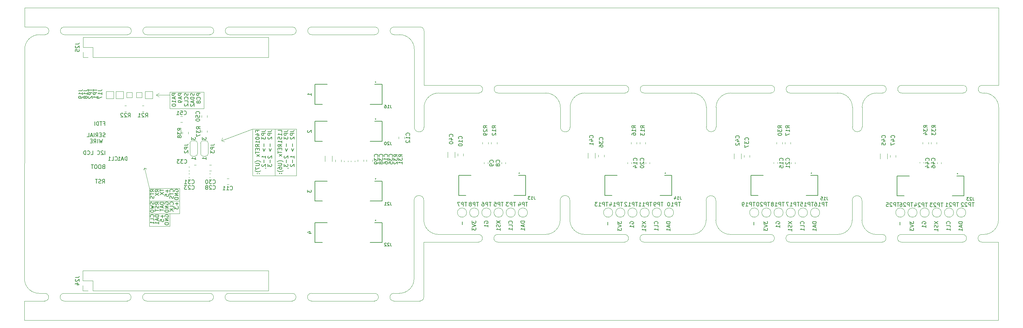
<source format=gbr>
%TF.GenerationSoftware,KiCad,Pcbnew,(6.0.2)*%
%TF.CreationDate,2022-03-24T13:25:50+01:00*%
%TF.ProjectId,GestureControl,47657374-7572-4654-936f-6e74726f6c2e,V0.3*%
%TF.SameCoordinates,PX1268e40PY7fa82d0*%
%TF.FileFunction,Legend,Bot*%
%TF.FilePolarity,Positive*%
%FSLAX46Y46*%
G04 Gerber Fmt 4.6, Leading zero omitted, Abs format (unit mm)*
G04 Created by KiCad (PCBNEW (6.0.2)) date 2022-03-24 13:25:50*
%MOMM*%
%LPD*%
G01*
G04 APERTURE LIST*
%ADD10C,0.120000*%
%TA.AperFunction,Profile*%
%ADD11C,0.050000*%
%TD*%
%ADD12C,0.200000*%
%ADD13C,0.150000*%
G04 APERTURE END LIST*
D10*
X59690000Y43434000D02*
X59944000Y43434000D01*
X52324000Y40132000D02*
X51562000Y40386000D01*
X51816000Y41148000D02*
X51562000Y40386000D01*
X38100000Y48768000D02*
X38100000Y53086000D01*
X35306000Y51816000D02*
X34544000Y52324000D01*
X35306000Y52832000D02*
X34544000Y52324000D01*
X32766000Y24638000D02*
X32766000Y27940000D01*
X39370000Y21336000D02*
X40640000Y21336000D01*
X51562000Y40386000D02*
X52324000Y40132000D01*
X32766000Y18034000D02*
X38100000Y18034000D01*
X46990000Y48768000D02*
X38100000Y48768000D01*
X38100000Y18034000D02*
X38100000Y21336000D01*
X40640000Y21336000D02*
X40640000Y24638000D01*
X65532000Y43434000D02*
X65532000Y31242000D01*
X32766000Y21336000D02*
X32766000Y18034000D01*
X59690000Y31242000D02*
X59690000Y43434000D01*
X59690000Y43434000D02*
X51562000Y40386000D01*
X38100000Y53086000D02*
X46990000Y53086000D01*
X40640000Y27940000D02*
X40640000Y24638000D01*
X59944000Y43434000D02*
X71120000Y43434000D01*
X31496000Y33274000D02*
X32004000Y33020000D01*
X38100000Y52324000D02*
X34544000Y52324000D01*
X34544000Y52324000D02*
X35306000Y52832000D01*
X40640000Y24638000D02*
X32766000Y24638000D01*
X71120000Y43434000D02*
X71120000Y31242000D01*
X59944000Y31242000D02*
X59690000Y31242000D01*
X32766000Y21336000D02*
X39370000Y21336000D01*
X32766000Y27940000D02*
X40640000Y27940000D01*
X71120000Y31242000D02*
X59944000Y31242000D01*
X46990000Y53086000D02*
X46990000Y48768000D01*
X32766000Y24638000D02*
X32766000Y21336000D01*
X34544000Y52324000D02*
X35306000Y51816000D01*
X32766000Y27940000D02*
X31496000Y33274000D01*
X31496000Y33274000D02*
X31242000Y32766000D01*
D11*
X75110973Y70070376D02*
G75*
G03*
X75054000Y68072000I-56973J-998376D01*
G01*
X118674000Y52832000D02*
X108204000Y52832000D01*
X249930000Y54832000D02*
X254254000Y54832000D01*
X250380500Y15890000D02*
X249866500Y15890000D01*
X118610500Y13890000D02*
G75*
G03*
X118610500Y15890000I0J1000000D01*
G01*
X97980500Y508000D02*
G75*
G03*
X101790500Y4318000I1J3809999D01*
G01*
X104330500Y13890000D02*
X104330500Y-492000D01*
X32110973Y70070376D02*
X48554000Y70072000D01*
X222632500Y15890000D02*
X223866500Y15890000D01*
X123674000Y54832000D02*
X156774000Y54832000D01*
X194830000Y52832000D02*
G75*
G03*
X194830000Y54832000I0J1000000D01*
G01*
X139890500Y19700000D02*
X139890500Y24780000D01*
X139954000Y43942000D02*
G75*
G03*
X142494000Y43942000I1270000J19D01*
G01*
X244866500Y13890000D02*
X228866500Y13890000D01*
X180486915Y19656414D02*
G75*
G03*
X184296914Y15890000I3766659J-4D01*
G01*
X142494000Y49022000D02*
X142494000Y43942000D01*
X91554000Y68072000D02*
G75*
G03*
X91554000Y70072000I0J1000000D01*
G01*
X218650414Y49065586D02*
X218650414Y43985586D01*
X250380500Y15890000D02*
G75*
G03*
X254190500Y19700000I1J3809999D01*
G01*
X254000Y70072000D02*
X254000Y75072000D01*
X174136914Y15890000D02*
X161710500Y15890000D01*
X142430500Y24780000D02*
X142430500Y19700000D01*
X136144000Y52832000D02*
X123674000Y52832000D01*
X139954000Y49022000D02*
G75*
G03*
X136144000Y52832000I-3809999J1D01*
G01*
X103330500Y-1492000D02*
X96547473Y-1490376D01*
X4064000Y68072000D02*
G75*
G03*
X254000Y64262000I-1J-3809999D01*
G01*
X142430500Y24780000D02*
G75*
G03*
X139890500Y24780000I-1270000J-19D01*
G01*
X104330500Y24780019D02*
G75*
G03*
X101790500Y24780019I-1270000J-19D01*
G01*
X244866500Y13890000D02*
G75*
G03*
X244866500Y15890000I0J1000000D01*
G01*
X26990500Y508000D02*
X10490500Y508000D01*
X244930000Y52832000D02*
G75*
G03*
X244930000Y54832000I0J1000000D01*
G01*
X53490500Y508000D02*
G75*
G03*
X53547473Y-1490376I0J-1000000D01*
G01*
X142430500Y19700000D02*
G75*
G03*
X146240500Y15890000I3809999J-1D01*
G01*
X249930000Y54832000D02*
G75*
G03*
X249930000Y52832000I0J-1000000D01*
G01*
X216110414Y49065586D02*
G75*
G03*
X212300414Y52832000I-3766663J0D01*
G01*
X228930000Y54832000D02*
X244930000Y54832000D01*
X118610500Y13890000D02*
X104330500Y13890000D01*
X180486914Y24736414D02*
X180486914Y19656414D01*
X156774000Y52832000D02*
G75*
G03*
X156774000Y54832000I0J1000000D01*
G01*
X161774000Y54832000D02*
G75*
G03*
X161774000Y52832000I0J-1000000D01*
G01*
X101854000Y64262000D02*
G75*
G03*
X98044000Y68072000I-3809999J1D01*
G01*
X223930000Y54832000D02*
X199830000Y54832000D01*
X194766500Y13890000D02*
G75*
G03*
X194766500Y15890000I0J1000000D01*
G01*
X104330500Y24780019D02*
X104330500Y19700000D01*
X216110414Y43985586D02*
G75*
G03*
X218650414Y43985586I1270000J19D01*
G01*
X48490500Y-1492000D02*
X32047473Y-1490376D01*
X228930000Y54832000D02*
G75*
G03*
X228930000Y52832000I0J-1000000D01*
G01*
X177946914Y19656414D02*
X177946914Y24736414D01*
X69990500Y-1492000D02*
G75*
G03*
X69990500Y508000I0J1000000D01*
G01*
X254190500Y13890000D02*
X254190500Y-6492000D01*
X91490500Y-1492000D02*
X75047473Y-1490376D01*
X75110973Y70070376D02*
X91554000Y70072000D01*
X212236914Y15890000D02*
G75*
G03*
X216046914Y19656414I43337J3766414D01*
G01*
X223930000Y52832000D02*
G75*
G03*
X223930000Y54832000I0J1000000D01*
G01*
X104394000Y54832000D02*
X118674000Y54832000D01*
X254254000Y75072000D02*
X254254000Y54832000D01*
X91490500Y-1492000D02*
G75*
G03*
X91490500Y508000I0J1000000D01*
G01*
X146240500Y15890000D02*
X156710500Y15890000D01*
X194830000Y52832000D02*
X184360414Y52832000D01*
X218586914Y24736414D02*
X218586914Y19656414D01*
X178010414Y43985586D02*
G75*
G03*
X180550414Y43985586I1270000J19D01*
G01*
X48554000Y68072000D02*
G75*
G03*
X48554000Y70072000I0J1000000D01*
G01*
X146304000Y52832000D02*
G75*
G03*
X142494000Y49022000I-1J-3809999D01*
G01*
X4064000Y68072000D02*
X5554000Y68072000D01*
X96490500Y508000D02*
G75*
G03*
X96547473Y-1490376I0J-1000000D01*
G01*
X108204000Y52832000D02*
G75*
G03*
X104394000Y49022000I-1J-3809999D01*
G01*
X123674000Y54832000D02*
G75*
G03*
X123674000Y52832000I0J-1000000D01*
G01*
X32110973Y70070376D02*
G75*
G03*
X32054000Y68072000I-56973J-998376D01*
G01*
X5490500Y508000D02*
X4000500Y508000D01*
X161774000Y54832000D02*
X194830000Y54832000D01*
X244930000Y52832000D02*
X228930000Y52832000D01*
X178010414Y49065586D02*
G75*
G03*
X174200414Y52832000I-3766663J0D01*
G01*
X10554000Y68072000D02*
X27054000Y68072000D01*
X254000Y70072000D02*
X5554000Y70072000D01*
X69990500Y508000D02*
X53490500Y508000D01*
X161774000Y52832000D02*
X174200414Y52832000D01*
X180486914Y24736414D02*
G75*
G03*
X177946914Y24736414I-1270000J-19D01*
G01*
X254190500Y19700000D02*
X254254000Y49022000D01*
X199830000Y52832000D02*
X212300414Y52832000D01*
X97980500Y508000D02*
X96490500Y508000D01*
X218586913Y19656414D02*
G75*
G03*
X222632500Y15890000I3776044J-3D01*
G01*
X75054000Y68072000D02*
X91554000Y68072000D01*
X53610973Y70070376D02*
X70054000Y70072000D01*
X5490500Y-1492000D02*
G75*
G03*
X5490500Y508000I0J1000000D01*
G01*
X254000Y75072000D02*
X254254000Y75072000D01*
X254190500Y13890000D02*
X249866500Y13890000D01*
X228866500Y15890000D02*
G75*
G03*
X228866500Y13890000I0J-1000000D01*
G01*
X91490500Y508000D02*
X74990500Y508000D01*
X161710500Y15890000D02*
G75*
G03*
X161710500Y13890000I0J-1000000D01*
G01*
X156710500Y13890000D02*
G75*
G03*
X156710500Y15890000I0J1000000D01*
G01*
X123610500Y15890000D02*
G75*
G03*
X123610500Y13890000I0J-1000000D01*
G01*
X27054000Y68072000D02*
G75*
G03*
X27054000Y70072000I0J1000000D01*
G01*
X254254000Y49022000D02*
G75*
G03*
X250444000Y52832000I-3809999J1D01*
G01*
X96610973Y70070376D02*
G75*
G03*
X96554000Y68072000I-56973J-998376D01*
G01*
X199766500Y15890000D02*
G75*
G03*
X199766500Y13890000I0J-1000000D01*
G01*
X5554000Y68072000D02*
G75*
G03*
X5554000Y70072000I0J1000000D01*
G01*
X48490500Y508000D02*
X31990500Y508000D01*
X118674000Y52832000D02*
G75*
G03*
X118674000Y54832000I0J1000000D01*
G01*
X184296914Y15890000D02*
X194766500Y15890000D01*
X184360414Y52832000D02*
G75*
G03*
X180550414Y49065586I-43339J-3766412D01*
G01*
X53554000Y68072000D02*
X70054000Y68072000D01*
X103330500Y-1492000D02*
G75*
G03*
X104330500Y-492000I1J999999D01*
G01*
X222504000Y52832000D02*
G75*
G03*
X218650414Y49065586I-86192J-3766408D01*
G01*
X223866500Y13890000D02*
G75*
G03*
X223866500Y15890000I0J1000000D01*
G01*
X104330500Y19700000D02*
G75*
G03*
X108140500Y15890000I3809999J-1D01*
G01*
X199766500Y13890000D02*
X223866500Y13890000D01*
X190500Y4318000D02*
G75*
G03*
X4000500Y508000I3809999J-1D01*
G01*
X101790500Y4318000D02*
X101790500Y24780019D01*
X199830000Y54832000D02*
G75*
G03*
X199830000Y52832000I0J-1000000D01*
G01*
X10610973Y70070376D02*
X27054000Y70072000D01*
X69990500Y-1492000D02*
X53547473Y-1490376D01*
X249866500Y15890000D02*
G75*
G03*
X249866500Y13890000I0J-1000000D01*
G01*
X178010414Y43985586D02*
X178010414Y49065586D01*
X32054000Y68072000D02*
X48554000Y68072000D01*
X104394000Y69072000D02*
X104394000Y54832000D01*
X180550414Y49065586D02*
X180550414Y43985586D01*
X53610973Y70070376D02*
G75*
G03*
X53554000Y68072000I-56973J-998376D01*
G01*
X156774000Y52832000D02*
X146304000Y52832000D01*
X74990500Y508000D02*
G75*
G03*
X75047473Y-1490376I0J-1000000D01*
G01*
X174136914Y15890000D02*
G75*
G03*
X177946914Y19656414I43337J3766414D01*
G01*
X249930000Y52832000D02*
X250444000Y52832000D01*
X228866500Y15890000D02*
X244866500Y15890000D01*
X136080500Y15890000D02*
G75*
G03*
X139890500Y19700000I1J3809999D01*
G01*
X190500Y-6492000D02*
X190500Y-1492000D01*
X108140500Y15890000D02*
X118610500Y15890000D01*
X139954000Y43942000D02*
X139954000Y49022000D01*
X5490500Y-1492000D02*
X190500Y-1492000D01*
X216046914Y19656414D02*
X216046914Y24736414D01*
X194766500Y13890000D02*
X161710500Y13890000D01*
X26990500Y-1492000D02*
X10547473Y-1490376D01*
X10610973Y70070376D02*
G75*
G03*
X10554000Y68072000I-56973J-998376D01*
G01*
X254190500Y-6492000D02*
X190500Y-6492000D01*
X218586914Y24736414D02*
G75*
G03*
X216046914Y24736414I-1270000J-19D01*
G01*
X101854000Y43941981D02*
X101854000Y64262000D01*
X48490500Y-1492000D02*
G75*
G03*
X48490500Y508000I0J1000000D01*
G01*
X96554000Y68072000D02*
X98044000Y68072000D01*
X26990500Y-1492000D02*
G75*
G03*
X26990500Y508000I0J1000000D01*
G01*
X70054000Y68072000D02*
G75*
G03*
X70054000Y70072000I0J1000000D01*
G01*
X104394000Y69072000D02*
G75*
G03*
X103394000Y70072000I-999999J1D01*
G01*
X156710500Y13890000D02*
X123610500Y13890000D01*
X104394000Y49022000D02*
X104394000Y43941981D01*
X10490500Y508000D02*
G75*
G03*
X10547473Y-1490376I0J-1000000D01*
G01*
X190500Y4318000D02*
X254000Y64262000D01*
X96610973Y70070376D02*
X103394000Y70072000D01*
X31990500Y508000D02*
G75*
G03*
X32047473Y-1490376I0J-1000000D01*
G01*
X212236914Y15890000D02*
X199766500Y15890000D01*
X223930000Y52832000D02*
X222504000Y52832000D01*
X123610500Y15890000D02*
X136080500Y15890000D01*
X216110414Y43985586D02*
X216110414Y49065586D01*
X101854000Y43941981D02*
G75*
G03*
X104394000Y43941981I1270000J19D01*
G01*
D12*
X20788142Y33599429D02*
X20645285Y33551810D01*
X20597666Y33504191D01*
X20550047Y33408953D01*
X20550047Y33266096D01*
X20597666Y33170858D01*
X20645285Y33123239D01*
X20740523Y33075620D01*
X21121476Y33075620D01*
X21121476Y34075620D01*
X20788142Y34075620D01*
X20692904Y34028000D01*
X20645285Y33980381D01*
X20597666Y33885143D01*
X20597666Y33789905D01*
X20645285Y33694667D01*
X20692904Y33647048D01*
X20788142Y33599429D01*
X21121476Y33599429D01*
X19931000Y34075620D02*
X19740523Y34075620D01*
X19645285Y34028000D01*
X19550047Y33932762D01*
X19502428Y33742286D01*
X19502428Y33408953D01*
X19550047Y33218477D01*
X19645285Y33123239D01*
X19740523Y33075620D01*
X19931000Y33075620D01*
X20026238Y33123239D01*
X20121476Y33218477D01*
X20169095Y33408953D01*
X20169095Y33742286D01*
X20121476Y33932762D01*
X20026238Y34028000D01*
X19931000Y34075620D01*
X18883380Y34075620D02*
X18692904Y34075620D01*
X18597666Y34028000D01*
X18502428Y33932762D01*
X18454809Y33742286D01*
X18454809Y33408953D01*
X18502428Y33218477D01*
X18597666Y33123239D01*
X18692904Y33075620D01*
X18883380Y33075620D01*
X18978619Y33123239D01*
X19073857Y33218477D01*
X19121476Y33408953D01*
X19121476Y33742286D01*
X19073857Y33932762D01*
X18978619Y34028000D01*
X18883380Y34075620D01*
X18169095Y34075620D02*
X17597666Y34075620D01*
X17883380Y33075620D02*
X17883380Y34075620D01*
X39650380Y52717905D02*
X38650380Y52717905D01*
X38650380Y52336953D01*
X38698000Y52241715D01*
X38745619Y52194096D01*
X38840857Y52146477D01*
X38983714Y52146477D01*
X39078952Y52194096D01*
X39126571Y52241715D01*
X39174190Y52336953D01*
X39174190Y52717905D01*
X39364666Y51765524D02*
X39364666Y51289334D01*
X39650380Y51860762D02*
X38650380Y51527429D01*
X39650380Y51194096D01*
X39650380Y50336953D02*
X39650380Y50908381D01*
X39650380Y50622667D02*
X38650380Y50622667D01*
X38793238Y50717905D01*
X38888476Y50813143D01*
X38936095Y50908381D01*
X38650380Y49717905D02*
X38650380Y49622667D01*
X38698000Y49527429D01*
X38745619Y49479810D01*
X38840857Y49432191D01*
X39031333Y49384572D01*
X39269428Y49384572D01*
X39459904Y49432191D01*
X39555142Y49479810D01*
X39602761Y49527429D01*
X39650380Y49622667D01*
X39650380Y49717905D01*
X39602761Y49813143D01*
X39555142Y49860762D01*
X39459904Y49908381D01*
X39269428Y49956000D01*
X39031333Y49956000D01*
X38840857Y49908381D01*
X38745619Y49860762D01*
X38698000Y49813143D01*
X38650380Y49717905D01*
X41260380Y52717905D02*
X40260380Y52717905D01*
X40260380Y52336953D01*
X40308000Y52241715D01*
X40355619Y52194096D01*
X40450857Y52146477D01*
X40593714Y52146477D01*
X40688952Y52194096D01*
X40736571Y52241715D01*
X40784190Y52336953D01*
X40784190Y52717905D01*
X40974666Y51765524D02*
X40974666Y51289334D01*
X41260380Y51860762D02*
X40260380Y51527429D01*
X41260380Y51194096D01*
X41260380Y50813143D02*
X41260380Y50622667D01*
X41212761Y50527429D01*
X41165142Y50479810D01*
X41022285Y50384572D01*
X40831809Y50336953D01*
X40450857Y50336953D01*
X40355619Y50384572D01*
X40308000Y50432191D01*
X40260380Y50527429D01*
X40260380Y50717905D01*
X40308000Y50813143D01*
X40355619Y50860762D01*
X40450857Y50908381D01*
X40688952Y50908381D01*
X40784190Y50860762D01*
X40831809Y50813143D01*
X40879428Y50717905D01*
X40879428Y50527429D01*
X40831809Y50432191D01*
X40784190Y50384572D01*
X40688952Y50336953D01*
X42822761Y52765524D02*
X42870380Y52622667D01*
X42870380Y52384572D01*
X42822761Y52289334D01*
X42775142Y52241715D01*
X42679904Y52194096D01*
X42584666Y52194096D01*
X42489428Y52241715D01*
X42441809Y52289334D01*
X42394190Y52384572D01*
X42346571Y52575048D01*
X42298952Y52670286D01*
X42251333Y52717905D01*
X42156095Y52765524D01*
X42060857Y52765524D01*
X41965619Y52717905D01*
X41918000Y52670286D01*
X41870380Y52575048D01*
X41870380Y52336953D01*
X41918000Y52194096D01*
X42775142Y51194096D02*
X42822761Y51241715D01*
X42870380Y51384572D01*
X42870380Y51479810D01*
X42822761Y51622667D01*
X42727523Y51717905D01*
X42632285Y51765524D01*
X42441809Y51813143D01*
X42298952Y51813143D01*
X42108476Y51765524D01*
X42013238Y51717905D01*
X41918000Y51622667D01*
X41870380Y51479810D01*
X41870380Y51384572D01*
X41918000Y51241715D01*
X41965619Y51194096D01*
X42870380Y50289334D02*
X42870380Y50765524D01*
X41870380Y50765524D01*
X41965619Y50003620D02*
X41918000Y49956000D01*
X41870380Y49860762D01*
X41870380Y49622667D01*
X41918000Y49527429D01*
X41965619Y49479810D01*
X42060857Y49432191D01*
X42156095Y49432191D01*
X42298952Y49479810D01*
X42870380Y50051239D01*
X42870380Y49432191D01*
X44432761Y52765524D02*
X44480380Y52622667D01*
X44480380Y52384572D01*
X44432761Y52289334D01*
X44385142Y52241715D01*
X44289904Y52194096D01*
X44194666Y52194096D01*
X44099428Y52241715D01*
X44051809Y52289334D01*
X44004190Y52384572D01*
X43956571Y52575048D01*
X43908952Y52670286D01*
X43861333Y52717905D01*
X43766095Y52765524D01*
X43670857Y52765524D01*
X43575619Y52717905D01*
X43528000Y52670286D01*
X43480380Y52575048D01*
X43480380Y52336953D01*
X43528000Y52194096D01*
X44480380Y51765524D02*
X43480380Y51765524D01*
X43480380Y51527429D01*
X43528000Y51384572D01*
X43623238Y51289334D01*
X43718476Y51241715D01*
X43908952Y51194096D01*
X44051809Y51194096D01*
X44242285Y51241715D01*
X44337523Y51289334D01*
X44432761Y51384572D01*
X44480380Y51527429D01*
X44480380Y51765524D01*
X44194666Y50813143D02*
X44194666Y50336953D01*
X44480380Y50908381D02*
X43480380Y50575048D01*
X44480380Y50241715D01*
X43575619Y49956000D02*
X43528000Y49908381D01*
X43480380Y49813143D01*
X43480380Y49575048D01*
X43528000Y49479810D01*
X43575619Y49432191D01*
X43670857Y49384572D01*
X43766095Y49384572D01*
X43908952Y49432191D01*
X44480380Y50003620D01*
X44480380Y49384572D01*
X46090380Y52717905D02*
X45090380Y52717905D01*
X45090380Y52336953D01*
X45138000Y52241715D01*
X45185619Y52194096D01*
X45280857Y52146477D01*
X45423714Y52146477D01*
X45518952Y52194096D01*
X45566571Y52241715D01*
X45614190Y52336953D01*
X45614190Y52717905D01*
X45995142Y51146477D02*
X46042761Y51194096D01*
X46090380Y51336953D01*
X46090380Y51432191D01*
X46042761Y51575048D01*
X45947523Y51670286D01*
X45852285Y51717905D01*
X45661809Y51765524D01*
X45518952Y51765524D01*
X45328476Y51717905D01*
X45233238Y51670286D01*
X45138000Y51575048D01*
X45090380Y51432191D01*
X45090380Y51336953D01*
X45138000Y51194096D01*
X45185619Y51146477D01*
X45518952Y50575048D02*
X45471333Y50670286D01*
X45423714Y50717905D01*
X45328476Y50765524D01*
X45280857Y50765524D01*
X45185619Y50717905D01*
X45138000Y50670286D01*
X45090380Y50575048D01*
X45090380Y50384572D01*
X45138000Y50289334D01*
X45185619Y50241715D01*
X45280857Y50194096D01*
X45328476Y50194096D01*
X45423714Y50241715D01*
X45471333Y50289334D01*
X45518952Y50384572D01*
X45518952Y50575048D01*
X45566571Y50670286D01*
X45614190Y50717905D01*
X45709428Y50765524D01*
X45899904Y50765524D01*
X45995142Y50717905D01*
X46042761Y50670286D01*
X46090380Y50575048D01*
X46090380Y50384572D01*
X46042761Y50289334D01*
X45995142Y50241715D01*
X45899904Y50194096D01*
X45709428Y50194096D01*
X45614190Y50241715D01*
X45566571Y50289334D01*
X45518952Y50384572D01*
D13*
X39378000Y27080596D02*
X39330380Y27175834D01*
X39330380Y27318691D01*
X39378000Y27461548D01*
X39473238Y27556786D01*
X39568476Y27604405D01*
X39758952Y27652024D01*
X39901809Y27652024D01*
X40092285Y27604405D01*
X40187523Y27556786D01*
X40282761Y27461548D01*
X40330380Y27318691D01*
X40330380Y27223453D01*
X40282761Y27080596D01*
X40235142Y27032977D01*
X39901809Y27032977D01*
X39901809Y27223453D01*
X40330380Y26604405D02*
X39330380Y26604405D01*
X40330380Y26032977D01*
X39330380Y26032977D01*
X40330380Y25556786D02*
X39330380Y25556786D01*
X39330380Y25318691D01*
X39378000Y25175834D01*
X39473238Y25080596D01*
X39568476Y25032977D01*
X39758952Y24985358D01*
X39901809Y24985358D01*
X40092285Y25032977D01*
X40187523Y25080596D01*
X40282761Y25175834D01*
X40330380Y25318691D01*
X40330380Y25556786D01*
X26947666Y35234620D02*
X26947666Y36234620D01*
X26709571Y36234620D01*
X26566714Y36187000D01*
X26471476Y36091762D01*
X26423857Y35996524D01*
X26376238Y35806048D01*
X26376238Y35663191D01*
X26423857Y35472715D01*
X26471476Y35377477D01*
X26566714Y35282239D01*
X26709571Y35234620D01*
X26947666Y35234620D01*
X25995285Y35520334D02*
X25519095Y35520334D01*
X26090523Y35234620D02*
X25757190Y36234620D01*
X25423857Y35234620D01*
X24566714Y35234620D02*
X25138142Y35234620D01*
X24852428Y35234620D02*
X24852428Y36234620D01*
X24947666Y36091762D01*
X25042904Y35996524D01*
X25138142Y35948905D01*
X39949428Y24302405D02*
X39949428Y23540500D01*
X40330380Y23921453D02*
X39568476Y23921453D01*
X39330380Y23159548D02*
X39330380Y22540500D01*
X39711333Y22873834D01*
X39711333Y22730977D01*
X39758952Y22635739D01*
X39806571Y22588120D01*
X39901809Y22540500D01*
X40139904Y22540500D01*
X40235142Y22588120D01*
X40282761Y22635739D01*
X40330380Y22730977D01*
X40330380Y23016691D01*
X40282761Y23111929D01*
X40235142Y23159548D01*
X158123000Y18698596D02*
X158075380Y18793834D01*
X158075380Y18936691D01*
X158123000Y19079548D01*
X158218238Y19174786D01*
X158313476Y19222405D01*
X158503952Y19270024D01*
X158646809Y19270024D01*
X158837285Y19222405D01*
X158932523Y19174786D01*
X159027761Y19079548D01*
X159075380Y18936691D01*
X159075380Y18841453D01*
X159027761Y18698596D01*
X158980142Y18650977D01*
X158646809Y18650977D01*
X158646809Y18841453D01*
X159075380Y17698596D02*
X159075380Y18270024D01*
X159075380Y17984310D02*
X158075380Y17984310D01*
X158218238Y18079548D01*
X158313476Y18174786D01*
X158361095Y18270024D01*
X241530142Y18650977D02*
X241577761Y18698596D01*
X241625380Y18841453D01*
X241625380Y18936691D01*
X241577761Y19079548D01*
X241482523Y19174786D01*
X241387285Y19222405D01*
X241196809Y19270024D01*
X241053952Y19270024D01*
X240863476Y19222405D01*
X240768238Y19174786D01*
X240673000Y19079548D01*
X240625380Y18936691D01*
X240625380Y18841453D01*
X240673000Y18698596D01*
X240720619Y18650977D01*
X241625380Y17746215D02*
X241625380Y18222405D01*
X240625380Y18222405D01*
X241625380Y16889072D02*
X241625380Y17460500D01*
X241625380Y17174786D02*
X240625380Y17174786D01*
X240768238Y17270024D01*
X240863476Y17365262D01*
X240911095Y17460500D01*
X38965142Y23730977D02*
X39012761Y23778596D01*
X39060380Y23921453D01*
X39060380Y24016691D01*
X39012761Y24159548D01*
X38917523Y24254786D01*
X38822285Y24302405D01*
X38631809Y24350024D01*
X38488952Y24350024D01*
X38298476Y24302405D01*
X38203238Y24254786D01*
X38108000Y24159548D01*
X38060380Y24016691D01*
X38060380Y23921453D01*
X38108000Y23778596D01*
X38155619Y23730977D01*
X39060380Y22826215D02*
X39060380Y23302405D01*
X38060380Y23302405D01*
X39060380Y22492881D02*
X38060380Y22492881D01*
X39060380Y21921453D02*
X38488952Y22350024D01*
X38060380Y21921453D02*
X38631809Y22492881D01*
X190444428Y19095405D02*
X190444428Y18333500D01*
X123277380Y19444643D02*
X124277380Y18777977D01*
X123277380Y18777977D02*
X124277380Y19444643D01*
X124229761Y18444643D02*
X124277380Y18301786D01*
X124277380Y18063691D01*
X124229761Y17968453D01*
X124182142Y17920834D01*
X124086904Y17873215D01*
X123991666Y17873215D01*
X123896428Y17920834D01*
X123848809Y17968453D01*
X123801190Y18063691D01*
X123753571Y18254167D01*
X123705952Y18349405D01*
X123658333Y18397024D01*
X123563095Y18444643D01*
X123467857Y18444643D01*
X123372619Y18397024D01*
X123325000Y18349405D01*
X123277380Y18254167D01*
X123277380Y18016072D01*
X123325000Y17873215D01*
X124277380Y16920834D02*
X124277380Y17492262D01*
X124277380Y17206548D02*
X123277380Y17206548D01*
X123420238Y17301786D01*
X123515476Y17397024D01*
X123563095Y17492262D01*
D12*
X67295380Y42589715D02*
X67295380Y43065905D01*
X66295380Y43065905D01*
X67295380Y41732572D02*
X67295380Y42304000D01*
X67295380Y42018286D02*
X66295380Y42018286D01*
X66438238Y42113524D01*
X66533476Y42208762D01*
X66581095Y42304000D01*
X66295380Y40827810D02*
X66295380Y41304000D01*
X66771571Y41351620D01*
X66723952Y41304000D01*
X66676333Y41208762D01*
X66676333Y40970667D01*
X66723952Y40875429D01*
X66771571Y40827810D01*
X66866809Y40780191D01*
X67104904Y40780191D01*
X67200142Y40827810D01*
X67247761Y40875429D01*
X67295380Y40970667D01*
X67295380Y41208762D01*
X67247761Y41304000D01*
X67200142Y41351620D01*
X67295380Y39827810D02*
X67295380Y40399239D01*
X67295380Y40113524D02*
X66295380Y40113524D01*
X66438238Y40208762D01*
X66533476Y40304000D01*
X66581095Y40399239D01*
X67295380Y38827810D02*
X66819190Y39161143D01*
X67295380Y39399239D02*
X66295380Y39399239D01*
X66295380Y39018286D01*
X66343000Y38923048D01*
X66390619Y38875429D01*
X66485857Y38827810D01*
X66628714Y38827810D01*
X66723952Y38875429D01*
X66771571Y38923048D01*
X66819190Y39018286D01*
X66819190Y39399239D01*
X66771571Y38399239D02*
X66771571Y38065905D01*
X67295380Y37923048D02*
X67295380Y38399239D01*
X66295380Y38399239D01*
X66295380Y37923048D01*
X66295380Y37637334D02*
X66295380Y37065905D01*
X67295380Y37351620D02*
X66295380Y37351620D01*
X67295380Y36827810D02*
X66628714Y36304000D01*
X66628714Y36827810D02*
X67295380Y36304000D01*
X67676333Y34875429D02*
X67628714Y34923048D01*
X67485857Y35018286D01*
X67390619Y35065905D01*
X67247761Y35113524D01*
X67009666Y35161143D01*
X66819190Y35161143D01*
X66581095Y35113524D01*
X66438238Y35065905D01*
X66343000Y35018286D01*
X66200142Y34923048D01*
X66152523Y34875429D01*
X66295380Y34494477D02*
X67104904Y34494477D01*
X67200142Y34446858D01*
X67247761Y34399239D01*
X67295380Y34304000D01*
X67295380Y34113524D01*
X67247761Y34018286D01*
X67200142Y33970667D01*
X67104904Y33923048D01*
X66295380Y33923048D01*
X66295380Y33018286D02*
X66295380Y33208762D01*
X66343000Y33304000D01*
X66390619Y33351620D01*
X66533476Y33446858D01*
X66723952Y33494477D01*
X67104904Y33494477D01*
X67200142Y33446858D01*
X67247761Y33399239D01*
X67295380Y33304000D01*
X67295380Y33113524D01*
X67247761Y33018286D01*
X67200142Y32970667D01*
X67104904Y32923048D01*
X66866809Y32923048D01*
X66771571Y32970667D01*
X66723952Y33018286D01*
X66676333Y33113524D01*
X66676333Y33304000D01*
X66723952Y33399239D01*
X66771571Y33446858D01*
X66866809Y33494477D01*
X67676333Y32589715D02*
X67628714Y32542096D01*
X67485857Y32446858D01*
X67390619Y32399239D01*
X67247761Y32351620D01*
X67009666Y32304000D01*
X66819190Y32304000D01*
X66581095Y32351620D01*
X66438238Y32399239D01*
X66343000Y32446858D01*
X66200142Y32542096D01*
X66152523Y32589715D01*
X67200142Y31827810D02*
X67247761Y31780191D01*
X67295380Y31827810D01*
X67247761Y31875429D01*
X67200142Y31827810D01*
X67295380Y31827810D01*
X66676333Y31827810D02*
X66723952Y31780191D01*
X66771571Y31827810D01*
X66723952Y31875429D01*
X66676333Y31827810D01*
X66771571Y31827810D01*
X67905380Y42780191D02*
X68619666Y42780191D01*
X68762523Y42827810D01*
X68857761Y42923048D01*
X68905380Y43065905D01*
X68905380Y43161143D01*
X68905380Y42304000D02*
X67905380Y42304000D01*
X67905380Y41923048D01*
X67953000Y41827810D01*
X68000619Y41780191D01*
X68095857Y41732572D01*
X68238714Y41732572D01*
X68333952Y41780191D01*
X68381571Y41827810D01*
X68429190Y41923048D01*
X68429190Y42304000D01*
X67905380Y41399239D02*
X67905380Y40780191D01*
X68286333Y41113524D01*
X68286333Y40970667D01*
X68333952Y40875429D01*
X68381571Y40827810D01*
X68476809Y40780191D01*
X68714904Y40780191D01*
X68810142Y40827810D01*
X68857761Y40875429D01*
X68905380Y40970667D01*
X68905380Y41256381D01*
X68857761Y41351620D01*
X68810142Y41399239D01*
X68524428Y39589715D02*
X68524428Y38827810D01*
X68238714Y38351620D02*
X68524428Y37589715D01*
X68810142Y38351620D01*
X68000619Y36399239D02*
X67953000Y36351620D01*
X67905380Y36256381D01*
X67905380Y36018286D01*
X67953000Y35923048D01*
X68000619Y35875429D01*
X68095857Y35827810D01*
X68191095Y35827810D01*
X68333952Y35875429D01*
X68905380Y36446858D01*
X68905380Y35827810D01*
X68524428Y35399239D02*
X68524428Y34637334D01*
X67905380Y34256381D02*
X67905380Y33637334D01*
X68286333Y33970667D01*
X68286333Y33827810D01*
X68333952Y33732572D01*
X68381571Y33684953D01*
X68476809Y33637334D01*
X68714904Y33637334D01*
X68810142Y33684953D01*
X68857761Y33732572D01*
X68905380Y33827810D01*
X68905380Y34113524D01*
X68857761Y34208762D01*
X68810142Y34256381D01*
X68857761Y33161143D02*
X68905380Y33161143D01*
X69000619Y33208762D01*
X69048238Y33256381D01*
X69515380Y42780191D02*
X70229666Y42780191D01*
X70372523Y42827810D01*
X70467761Y42923048D01*
X70515380Y43065905D01*
X70515380Y43161143D01*
X70515380Y42304000D02*
X69515380Y42304000D01*
X69515380Y41923048D01*
X69563000Y41827810D01*
X69610619Y41780191D01*
X69705857Y41732572D01*
X69848714Y41732572D01*
X69943952Y41780191D01*
X69991571Y41827810D01*
X70039190Y41923048D01*
X70039190Y42304000D01*
X69610619Y41351620D02*
X69563000Y41304000D01*
X69515380Y41208762D01*
X69515380Y40970667D01*
X69563000Y40875429D01*
X69610619Y40827810D01*
X69705857Y40780191D01*
X69801095Y40780191D01*
X69943952Y40827810D01*
X70515380Y41399239D01*
X70515380Y40780191D01*
X70134428Y39589715D02*
X70134428Y38827810D01*
X69848714Y38351620D02*
X70134428Y37589715D01*
X70420142Y38351620D01*
X70515380Y35827810D02*
X70515380Y36399239D01*
X70515380Y36113524D02*
X69515380Y36113524D01*
X69658238Y36208762D01*
X69753476Y36304000D01*
X69801095Y36399239D01*
X70134428Y35399239D02*
X70134428Y34637334D01*
X69610619Y34208762D02*
X69563000Y34161143D01*
X69515380Y34065905D01*
X69515380Y33827810D01*
X69563000Y33732572D01*
X69610619Y33684953D01*
X69705857Y33637334D01*
X69801095Y33637334D01*
X69943952Y33684953D01*
X70515380Y34256381D01*
X70515380Y33637334D01*
D13*
X244800380Y19222405D02*
X243800380Y19222405D01*
X243800380Y18984310D01*
X243848000Y18841453D01*
X243943238Y18746215D01*
X244038476Y18698596D01*
X244228952Y18650977D01*
X244371809Y18650977D01*
X244562285Y18698596D01*
X244657523Y18746215D01*
X244752761Y18841453D01*
X244800380Y18984310D01*
X244800380Y19222405D01*
X244514666Y18270024D02*
X244514666Y17793834D01*
X244800380Y18365262D02*
X243800380Y18031929D01*
X244800380Y17698596D01*
X244800380Y16841453D02*
X244800380Y17412881D01*
X244800380Y17127167D02*
X243800380Y17127167D01*
X243943238Y17222405D01*
X244038476Y17317643D01*
X244086095Y17412881D01*
X33932761Y24350024D02*
X33980380Y24207167D01*
X33980380Y23969072D01*
X33932761Y23873834D01*
X33885142Y23826215D01*
X33789904Y23778596D01*
X33694666Y23778596D01*
X33599428Y23826215D01*
X33551809Y23873834D01*
X33504190Y23969072D01*
X33456571Y24159548D01*
X33408952Y24254786D01*
X33361333Y24302405D01*
X33266095Y24350024D01*
X33170857Y24350024D01*
X33075619Y24302405D01*
X33028000Y24254786D01*
X32980380Y24159548D01*
X32980380Y23921453D01*
X33028000Y23778596D01*
X32980380Y23445262D02*
X33980380Y23207167D01*
X33266095Y23016691D01*
X33980380Y22826215D01*
X32980380Y22588120D01*
X32980380Y22016691D02*
X32980380Y21921453D01*
X33028000Y21826215D01*
X33075619Y21778596D01*
X33170857Y21730977D01*
X33361333Y21683358D01*
X33599428Y21683358D01*
X33789904Y21730977D01*
X33885142Y21778596D01*
X33932761Y21826215D01*
X33980380Y21921453D01*
X33980380Y22016691D01*
X33932761Y22111929D01*
X33885142Y22159548D01*
X33789904Y22207167D01*
X33599428Y22254786D01*
X33361333Y22254786D01*
X33170857Y22207167D01*
X33075619Y22159548D01*
X33028000Y22111929D01*
X32980380Y22016691D01*
X36520380Y24302405D02*
X35520380Y24302405D01*
X35520380Y24064310D01*
X35568000Y23921453D01*
X35663238Y23826215D01*
X35758476Y23778596D01*
X35948952Y23730977D01*
X36091809Y23730977D01*
X36282285Y23778596D01*
X36377523Y23826215D01*
X36472761Y23921453D01*
X36520380Y24064310D01*
X36520380Y24302405D01*
X36234666Y23350024D02*
X36234666Y22873834D01*
X36520380Y23445262D02*
X35520380Y23111929D01*
X36520380Y22778596D01*
X35520380Y22588120D02*
X35520380Y22016691D01*
X36520380Y22302405D02*
X35520380Y22302405D01*
X206700380Y19222405D02*
X205700380Y19222405D01*
X205700380Y18984310D01*
X205748000Y18841453D01*
X205843238Y18746215D01*
X205938476Y18698596D01*
X206128952Y18650977D01*
X206271809Y18650977D01*
X206462285Y18698596D01*
X206557523Y18746215D01*
X206652761Y18841453D01*
X206700380Y18984310D01*
X206700380Y19222405D01*
X206414666Y18270024D02*
X206414666Y17793834D01*
X206700380Y18365262D02*
X205700380Y18031929D01*
X206700380Y17698596D01*
X206700380Y16841453D02*
X206700380Y17412881D01*
X206700380Y17127167D02*
X205700380Y17127167D01*
X205843238Y17222405D01*
X205938476Y17317643D01*
X205986095Y17412881D01*
X35250380Y23730977D02*
X34774190Y24064310D01*
X35250380Y24302405D02*
X34250380Y24302405D01*
X34250380Y23921453D01*
X34298000Y23826215D01*
X34345619Y23778596D01*
X34440857Y23730977D01*
X34583714Y23730977D01*
X34678952Y23778596D01*
X34726571Y23826215D01*
X34774190Y23921453D01*
X34774190Y24302405D01*
X35202761Y23350024D02*
X35250380Y23207167D01*
X35250380Y22969072D01*
X35202761Y22873834D01*
X35155142Y22826215D01*
X35059904Y22778596D01*
X34964666Y22778596D01*
X34869428Y22826215D01*
X34821809Y22873834D01*
X34774190Y22969072D01*
X34726571Y23159548D01*
X34678952Y23254786D01*
X34631333Y23302405D01*
X34536095Y23350024D01*
X34440857Y23350024D01*
X34345619Y23302405D01*
X34298000Y23254786D01*
X34250380Y23159548D01*
X34250380Y22921453D01*
X34298000Y22778596D01*
X34250380Y22492881D02*
X34250380Y21921453D01*
X35250380Y22207167D02*
X34250380Y22207167D01*
X231100380Y19317643D02*
X231100380Y18698596D01*
X231481333Y19031929D01*
X231481333Y18889072D01*
X231528952Y18793834D01*
X231576571Y18746215D01*
X231671809Y18698596D01*
X231909904Y18698596D01*
X232005142Y18746215D01*
X232052761Y18793834D01*
X232100380Y18889072D01*
X232100380Y19174786D01*
X232052761Y19270024D01*
X232005142Y19317643D01*
X231100380Y18412881D02*
X232100380Y18079548D01*
X231100380Y17746215D01*
X231100380Y17508120D02*
X231100380Y16889072D01*
X231481333Y17222405D01*
X231481333Y17079548D01*
X231528952Y16984310D01*
X231576571Y16936691D01*
X231671809Y16889072D01*
X231909904Y16889072D01*
X232005142Y16936691D01*
X232052761Y16984310D01*
X232100380Y17079548D01*
X232100380Y17365262D01*
X232052761Y17460500D01*
X232005142Y17508120D01*
D12*
X60929571Y42732572D02*
X60929571Y43065905D01*
X61453380Y43065905D02*
X60453380Y43065905D01*
X60453380Y42589715D01*
X60786714Y41780191D02*
X61453380Y41780191D01*
X60405761Y42018286D02*
X61120047Y42256381D01*
X61120047Y41637334D01*
X60453380Y41065905D02*
X60453380Y40970667D01*
X60501000Y40875429D01*
X60548619Y40827810D01*
X60643857Y40780191D01*
X60834333Y40732572D01*
X61072428Y40732572D01*
X61262904Y40780191D01*
X61358142Y40827810D01*
X61405761Y40875429D01*
X61453380Y40970667D01*
X61453380Y41065905D01*
X61405761Y41161143D01*
X61358142Y41208762D01*
X61262904Y41256381D01*
X61072428Y41304000D01*
X60834333Y41304000D01*
X60643857Y41256381D01*
X60548619Y41208762D01*
X60501000Y41161143D01*
X60453380Y41065905D01*
X61453380Y39780191D02*
X61453380Y40351620D01*
X61453380Y40065905D02*
X60453380Y40065905D01*
X60596238Y40161143D01*
X60691476Y40256381D01*
X60739095Y40351620D01*
X61453380Y38780191D02*
X60977190Y39113524D01*
X61453380Y39351620D02*
X60453380Y39351620D01*
X60453380Y38970667D01*
X60501000Y38875429D01*
X60548619Y38827810D01*
X60643857Y38780191D01*
X60786714Y38780191D01*
X60881952Y38827810D01*
X60929571Y38875429D01*
X60977190Y38970667D01*
X60977190Y39351620D01*
X60929571Y38351620D02*
X60929571Y38018286D01*
X61453380Y37875429D02*
X61453380Y38351620D01*
X60453380Y38351620D01*
X60453380Y37875429D01*
X60453380Y37589715D02*
X60453380Y37018286D01*
X61453380Y37304000D02*
X60453380Y37304000D01*
X61453380Y36780191D02*
X60786714Y36256381D01*
X60786714Y36780191D02*
X61453380Y36256381D01*
X61834333Y34827810D02*
X61786714Y34875429D01*
X61643857Y34970667D01*
X61548619Y35018286D01*
X61405761Y35065905D01*
X61167666Y35113524D01*
X60977190Y35113524D01*
X60739095Y35065905D01*
X60596238Y35018286D01*
X60501000Y34970667D01*
X60358142Y34875429D01*
X60310523Y34827810D01*
X60453380Y34446858D02*
X61262904Y34446858D01*
X61358142Y34399239D01*
X61405761Y34351620D01*
X61453380Y34256381D01*
X61453380Y34065905D01*
X61405761Y33970667D01*
X61358142Y33923048D01*
X61262904Y33875429D01*
X60453380Y33875429D01*
X60453380Y33494477D02*
X60453380Y32827810D01*
X61453380Y33256381D01*
X61834333Y32542096D02*
X61786714Y32494477D01*
X61643857Y32399239D01*
X61548619Y32351620D01*
X61405761Y32304000D01*
X61167666Y32256381D01*
X60977190Y32256381D01*
X60739095Y32304000D01*
X60596238Y32351620D01*
X60501000Y32399239D01*
X60358142Y32494477D01*
X60310523Y32542096D01*
X61358142Y31780191D02*
X61405761Y31732572D01*
X61453380Y31780191D01*
X61405761Y31827810D01*
X61358142Y31780191D01*
X61453380Y31780191D01*
X60834333Y31780191D02*
X60881952Y31732572D01*
X60929571Y31780191D01*
X60881952Y31827810D01*
X60834333Y31780191D01*
X60929571Y31780191D01*
X62063380Y42780191D02*
X62777666Y42780191D01*
X62920523Y42827810D01*
X63015761Y42923048D01*
X63063380Y43065905D01*
X63063380Y43161143D01*
X63063380Y42304000D02*
X62063380Y42304000D01*
X62063380Y41923048D01*
X62111000Y41827810D01*
X62158619Y41780191D01*
X62253857Y41732572D01*
X62396714Y41732572D01*
X62491952Y41780191D01*
X62539571Y41827810D01*
X62587190Y41923048D01*
X62587190Y42304000D01*
X62063380Y41399239D02*
X62063380Y40780191D01*
X62444333Y41113524D01*
X62444333Y40970667D01*
X62491952Y40875429D01*
X62539571Y40827810D01*
X62634809Y40780191D01*
X62872904Y40780191D01*
X62968142Y40827810D01*
X63015761Y40875429D01*
X63063380Y40970667D01*
X63063380Y41256381D01*
X63015761Y41351620D01*
X62968142Y41399239D01*
X62682428Y39589715D02*
X62682428Y38827810D01*
X62396714Y38351620D02*
X62682428Y37589715D01*
X62968142Y38351620D01*
X63063380Y35827810D02*
X63063380Y36399239D01*
X63063380Y36113524D02*
X62063380Y36113524D01*
X62206238Y36208762D01*
X62301476Y36304000D01*
X62349095Y36399239D01*
X62682428Y35399239D02*
X62682428Y34637334D01*
X62158619Y34208762D02*
X62111000Y34161143D01*
X62063380Y34065905D01*
X62063380Y33827810D01*
X62111000Y33732572D01*
X62158619Y33684953D01*
X62253857Y33637334D01*
X62349095Y33637334D01*
X62491952Y33684953D01*
X63063380Y34256381D01*
X63063380Y33637334D01*
X63015761Y33161143D02*
X63063380Y33161143D01*
X63158619Y33208762D01*
X63206238Y33256381D01*
X63673380Y42780191D02*
X64387666Y42780191D01*
X64530523Y42827810D01*
X64625761Y42923048D01*
X64673380Y43065905D01*
X64673380Y43161143D01*
X64673380Y42304000D02*
X63673380Y42304000D01*
X63673380Y41923048D01*
X63721000Y41827810D01*
X63768619Y41780191D01*
X63863857Y41732572D01*
X64006714Y41732572D01*
X64101952Y41780191D01*
X64149571Y41827810D01*
X64197190Y41923048D01*
X64197190Y42304000D01*
X63768619Y41351620D02*
X63721000Y41304000D01*
X63673380Y41208762D01*
X63673380Y40970667D01*
X63721000Y40875429D01*
X63768619Y40827810D01*
X63863857Y40780191D01*
X63959095Y40780191D01*
X64101952Y40827810D01*
X64673380Y41399239D01*
X64673380Y40780191D01*
X64292428Y39589715D02*
X64292428Y38827810D01*
X64006714Y38351620D02*
X64292428Y37589715D01*
X64578142Y38351620D01*
X63768619Y36399239D02*
X63721000Y36351620D01*
X63673380Y36256381D01*
X63673380Y36018286D01*
X63721000Y35923048D01*
X63768619Y35875429D01*
X63863857Y35827810D01*
X63959095Y35827810D01*
X64101952Y35875429D01*
X64673380Y36446858D01*
X64673380Y35827810D01*
X64292428Y35399239D02*
X64292428Y34637334D01*
X63673380Y34256381D02*
X63673380Y33637334D01*
X64054333Y33970667D01*
X64054333Y33827810D01*
X64101952Y33732572D01*
X64149571Y33684953D01*
X64244809Y33637334D01*
X64482904Y33637334D01*
X64578142Y33684953D01*
X64625761Y33732572D01*
X64673380Y33827810D01*
X64673380Y34113524D01*
X64625761Y34208762D01*
X64578142Y34256381D01*
X21176904Y36758620D02*
X21176904Y37758620D01*
X20748333Y37663381D02*
X20700714Y37711000D01*
X20605476Y37758620D01*
X20367380Y37758620D01*
X20272142Y37711000D01*
X20224523Y37663381D01*
X20176904Y37568143D01*
X20176904Y37472905D01*
X20224523Y37330048D01*
X20795952Y36758620D01*
X20176904Y36758620D01*
X19176904Y36853858D02*
X19224523Y36806239D01*
X19367380Y36758620D01*
X19462619Y36758620D01*
X19605476Y36806239D01*
X19700714Y36901477D01*
X19748333Y36996715D01*
X19795952Y37187191D01*
X19795952Y37330048D01*
X19748333Y37520524D01*
X19700714Y37615762D01*
X19605476Y37711000D01*
X19462619Y37758620D01*
X19367380Y37758620D01*
X19224523Y37711000D01*
X19176904Y37663381D01*
X17510238Y36758620D02*
X17986428Y36758620D01*
X17986428Y37758620D01*
X16605476Y36853858D02*
X16653095Y36806239D01*
X16795952Y36758620D01*
X16891190Y36758620D01*
X17034047Y36806239D01*
X17129285Y36901477D01*
X17176904Y36996715D01*
X17224523Y37187191D01*
X17224523Y37330048D01*
X17176904Y37520524D01*
X17129285Y37615762D01*
X17034047Y37711000D01*
X16891190Y37758620D01*
X16795952Y37758620D01*
X16653095Y37711000D01*
X16605476Y37663381D01*
X16176904Y36758620D02*
X16176904Y37758620D01*
X15938809Y37758620D01*
X15795952Y37711000D01*
X15700714Y37615762D01*
X15653095Y37520524D01*
X15605476Y37330048D01*
X15605476Y37187191D01*
X15653095Y36996715D01*
X15700714Y36901477D01*
X15795952Y36806239D01*
X15938809Y36758620D01*
X16176904Y36758620D01*
D13*
X165330142Y18650977D02*
X165377761Y18698596D01*
X165425380Y18841453D01*
X165425380Y18936691D01*
X165377761Y19079548D01*
X165282523Y19174786D01*
X165187285Y19222405D01*
X164996809Y19270024D01*
X164853952Y19270024D01*
X164663476Y19222405D01*
X164568238Y19174786D01*
X164473000Y19079548D01*
X164425380Y18936691D01*
X164425380Y18841453D01*
X164473000Y18698596D01*
X164520619Y18650977D01*
X165425380Y17746215D02*
X165425380Y18222405D01*
X164425380Y18222405D01*
X165425380Y16889072D02*
X165425380Y17460500D01*
X165425380Y17174786D02*
X164425380Y17174786D01*
X164568238Y17270024D01*
X164663476Y17365262D01*
X164711095Y17460500D01*
D12*
X75001380Y52165286D02*
X75001380Y52736715D01*
X75001380Y52451000D02*
X74001380Y52451000D01*
X74144238Y52546239D01*
X74239476Y52641477D01*
X74287095Y52736715D01*
D13*
X36838000Y23778596D02*
X36790380Y23873834D01*
X36790380Y24016691D01*
X36838000Y24159548D01*
X36933238Y24254786D01*
X37028476Y24302405D01*
X37218952Y24350024D01*
X37361809Y24350024D01*
X37552285Y24302405D01*
X37647523Y24254786D01*
X37742761Y24159548D01*
X37790380Y24016691D01*
X37790380Y23921453D01*
X37742761Y23778596D01*
X37695142Y23730977D01*
X37361809Y23730977D01*
X37361809Y23921453D01*
X37790380Y23302405D02*
X36790380Y23302405D01*
X37790380Y22730977D01*
X36790380Y22730977D01*
X37790380Y22254786D02*
X36790380Y22254786D01*
X36790380Y22016691D01*
X36838000Y21873834D01*
X36933238Y21778596D01*
X37028476Y21730977D01*
X37218952Y21683358D01*
X37361809Y21683358D01*
X37552285Y21730977D01*
X37647523Y21778596D01*
X37742761Y21873834D01*
X37790380Y22016691D01*
X37790380Y22254786D01*
X116927380Y19444643D02*
X116927380Y18825596D01*
X117308333Y19158929D01*
X117308333Y19016072D01*
X117355952Y18920834D01*
X117403571Y18873215D01*
X117498809Y18825596D01*
X117736904Y18825596D01*
X117832142Y18873215D01*
X117879761Y18920834D01*
X117927380Y19016072D01*
X117927380Y19301786D01*
X117879761Y19397024D01*
X117832142Y19444643D01*
X116927380Y18539881D02*
X117927380Y18206548D01*
X116927380Y17873215D01*
X116927380Y17635120D02*
X116927380Y17016072D01*
X117308333Y17349405D01*
X117308333Y17206548D01*
X117355952Y17111310D01*
X117403571Y17063691D01*
X117498809Y17016072D01*
X117736904Y17016072D01*
X117832142Y17063691D01*
X117879761Y17111310D01*
X117927380Y17206548D01*
X117927380Y17492262D01*
X117879761Y17587500D01*
X117832142Y17635120D01*
X35250380Y27032977D02*
X34774190Y27366310D01*
X35250380Y27604405D02*
X34250380Y27604405D01*
X34250380Y27223453D01*
X34298000Y27128215D01*
X34345619Y27080596D01*
X34440857Y27032977D01*
X34583714Y27032977D01*
X34678952Y27080596D01*
X34726571Y27128215D01*
X34774190Y27223453D01*
X34774190Y27604405D01*
X34250380Y26699643D02*
X35250380Y26032977D01*
X34250380Y26032977D02*
X35250380Y26699643D01*
X228544428Y19095405D02*
X228544428Y18333500D01*
X193000380Y19317643D02*
X193000380Y18698596D01*
X193381333Y19031929D01*
X193381333Y18889072D01*
X193428952Y18793834D01*
X193476571Y18746215D01*
X193571809Y18698596D01*
X193809904Y18698596D01*
X193905142Y18746215D01*
X193952761Y18793834D01*
X194000380Y18889072D01*
X194000380Y19174786D01*
X193952761Y19270024D01*
X193905142Y19317643D01*
X193000380Y18412881D02*
X194000380Y18079548D01*
X193000380Y17746215D01*
X193000380Y17508120D02*
X193000380Y16889072D01*
X193381333Y17222405D01*
X193381333Y17079548D01*
X193428952Y16984310D01*
X193476571Y16936691D01*
X193571809Y16889072D01*
X193809904Y16889072D01*
X193905142Y16936691D01*
X193952761Y16984310D01*
X194000380Y17079548D01*
X194000380Y17365262D01*
X193952761Y17460500D01*
X193905142Y17508120D01*
D12*
X20486619Y29265620D02*
X20819952Y29741810D01*
X21058047Y29265620D02*
X21058047Y30265620D01*
X20677095Y30265620D01*
X20581857Y30218000D01*
X20534238Y30170381D01*
X20486619Y30075143D01*
X20486619Y29932286D01*
X20534238Y29837048D01*
X20581857Y29789429D01*
X20677095Y29741810D01*
X21058047Y29741810D01*
X20105666Y29313239D02*
X19962809Y29265620D01*
X19724714Y29265620D01*
X19629476Y29313239D01*
X19581857Y29360858D01*
X19534238Y29456096D01*
X19534238Y29551334D01*
X19581857Y29646572D01*
X19629476Y29694191D01*
X19724714Y29741810D01*
X19915190Y29789429D01*
X20010428Y29837048D01*
X20058047Y29884667D01*
X20105666Y29979905D01*
X20105666Y30075143D01*
X20058047Y30170381D01*
X20010428Y30218000D01*
X19915190Y30265620D01*
X19677095Y30265620D01*
X19534238Y30218000D01*
X19248523Y30265620D02*
X18677095Y30265620D01*
X18962809Y29265620D02*
X18962809Y30265620D01*
D13*
X154900380Y19317643D02*
X154900380Y18698596D01*
X155281333Y19031929D01*
X155281333Y18889072D01*
X155328952Y18793834D01*
X155376571Y18746215D01*
X155471809Y18698596D01*
X155709904Y18698596D01*
X155805142Y18746215D01*
X155852761Y18793834D01*
X155900380Y18889072D01*
X155900380Y19174786D01*
X155852761Y19270024D01*
X155805142Y19317643D01*
X154900380Y18412881D02*
X155900380Y18079548D01*
X154900380Y17746215D01*
X154900380Y17508120D02*
X154900380Y16889072D01*
X155281333Y17222405D01*
X155281333Y17079548D01*
X155328952Y16984310D01*
X155376571Y16936691D01*
X155471809Y16889072D01*
X155709904Y16889072D01*
X155805142Y16936691D01*
X155852761Y16984310D01*
X155900380Y17079548D01*
X155900380Y17365262D01*
X155852761Y17460500D01*
X155805142Y17508120D01*
X114371428Y19222405D02*
X114371428Y18460500D01*
X35520380Y27747262D02*
X35520380Y27175834D01*
X36520380Y27461548D02*
X35520380Y27461548D01*
X35520380Y26937739D02*
X36520380Y26271072D01*
X35520380Y26271072D02*
X36520380Y26937739D01*
X196223000Y18698596D02*
X196175380Y18793834D01*
X196175380Y18936691D01*
X196223000Y19079548D01*
X196318238Y19174786D01*
X196413476Y19222405D01*
X196603952Y19270024D01*
X196746809Y19270024D01*
X196937285Y19222405D01*
X197032523Y19174786D01*
X197127761Y19079548D01*
X197175380Y18936691D01*
X197175380Y18841453D01*
X197127761Y18698596D01*
X197080142Y18650977D01*
X196746809Y18650977D01*
X196746809Y18841453D01*
X197175380Y17698596D02*
X197175380Y18270024D01*
X197175380Y17984310D02*
X196175380Y17984310D01*
X196318238Y18079548D01*
X196413476Y18174786D01*
X196461095Y18270024D01*
D12*
X74334714Y16192524D02*
X75001380Y16192524D01*
X73953761Y16430620D02*
X74668047Y16668715D01*
X74668047Y16049667D01*
D13*
X234323000Y18698596D02*
X234275380Y18793834D01*
X234275380Y18936691D01*
X234323000Y19079548D01*
X234418238Y19174786D01*
X234513476Y19222405D01*
X234703952Y19270024D01*
X234846809Y19270024D01*
X235037285Y19222405D01*
X235132523Y19174786D01*
X235227761Y19079548D01*
X235275380Y18936691D01*
X235275380Y18841453D01*
X235227761Y18698596D01*
X235180142Y18650977D01*
X234846809Y18650977D01*
X234846809Y18841453D01*
X235275380Y17698596D02*
X235275380Y18270024D01*
X235275380Y17984310D02*
X234275380Y17984310D01*
X234418238Y18079548D01*
X234513476Y18174786D01*
X234561095Y18270024D01*
X23812428Y35329858D02*
X23860047Y35282239D01*
X24002904Y35234620D01*
X24098142Y35234620D01*
X24241000Y35282239D01*
X24336238Y35377477D01*
X24383857Y35472715D01*
X24431476Y35663191D01*
X24431476Y35806048D01*
X24383857Y35996524D01*
X24336238Y36091762D01*
X24241000Y36187000D01*
X24098142Y36234620D01*
X24002904Y36234620D01*
X23860047Y36187000D01*
X23812428Y36139381D01*
X22907666Y35234620D02*
X23383857Y35234620D01*
X23383857Y36234620D01*
X22050523Y35234620D02*
X22621952Y35234620D01*
X22336238Y35234620D02*
X22336238Y36234620D01*
X22431476Y36091762D01*
X22526714Y35996524D01*
X22621952Y35948905D01*
D12*
X74001380Y27511334D02*
X74001380Y26892286D01*
X74382333Y27225620D01*
X74382333Y27082762D01*
X74429952Y26987524D01*
X74477571Y26939905D01*
X74572809Y26892286D01*
X74810904Y26892286D01*
X74906142Y26939905D01*
X74953761Y26987524D01*
X75001380Y27082762D01*
X75001380Y27368477D01*
X74953761Y27463715D01*
X74906142Y27511334D01*
D13*
X35250380Y21000405D02*
X34250380Y21000405D01*
X34250380Y20762310D01*
X34298000Y20619453D01*
X34393238Y20524215D01*
X34488476Y20476596D01*
X34678952Y20428977D01*
X34821809Y20428977D01*
X35012285Y20476596D01*
X35107523Y20524215D01*
X35202761Y20619453D01*
X35250380Y20762310D01*
X35250380Y21000405D01*
X34964666Y20048024D02*
X34964666Y19571834D01*
X35250380Y20143262D02*
X34250380Y19809929D01*
X35250380Y19476596D01*
X35250380Y18619453D02*
X35250380Y19190881D01*
X35250380Y18905167D02*
X34250380Y18905167D01*
X34393238Y19000405D01*
X34488476Y19095643D01*
X34536095Y19190881D01*
X168600380Y19222405D02*
X167600380Y19222405D01*
X167600380Y18984310D01*
X167648000Y18841453D01*
X167743238Y18746215D01*
X167838476Y18698596D01*
X168028952Y18650977D01*
X168171809Y18650977D01*
X168362285Y18698596D01*
X168457523Y18746215D01*
X168552761Y18841453D01*
X168600380Y18984310D01*
X168600380Y19222405D01*
X168314666Y18270024D02*
X168314666Y17793834D01*
X168600380Y18365262D02*
X167600380Y18031929D01*
X168600380Y17698596D01*
X168600380Y16841453D02*
X168600380Y17412881D01*
X168600380Y17127167D02*
X167600380Y17127167D01*
X167743238Y17222405D01*
X167838476Y17317643D01*
X167886095Y17412881D01*
X152344428Y19095405D02*
X152344428Y18333500D01*
X199350380Y19317643D02*
X200350380Y18650977D01*
X199350380Y18650977D02*
X200350380Y19317643D01*
X200302761Y18317643D02*
X200350380Y18174786D01*
X200350380Y17936691D01*
X200302761Y17841453D01*
X200255142Y17793834D01*
X200159904Y17746215D01*
X200064666Y17746215D01*
X199969428Y17793834D01*
X199921809Y17841453D01*
X199874190Y17936691D01*
X199826571Y18127167D01*
X199778952Y18222405D01*
X199731333Y18270024D01*
X199636095Y18317643D01*
X199540857Y18317643D01*
X199445619Y18270024D01*
X199398000Y18222405D01*
X199350380Y18127167D01*
X199350380Y17889072D01*
X199398000Y17746215D01*
X200350380Y16793834D02*
X200350380Y17365262D01*
X200350380Y17079548D02*
X199350380Y17079548D01*
X199493238Y17174786D01*
X199588476Y17270024D01*
X199636095Y17365262D01*
X37409428Y27604405D02*
X37409428Y26842500D01*
X37790380Y27223453D02*
X37028476Y27223453D01*
X36790380Y25890120D02*
X36790380Y26366310D01*
X37266571Y26413929D01*
X37218952Y26366310D01*
X37171333Y26271072D01*
X37171333Y26032977D01*
X37218952Y25937739D01*
X37266571Y25890120D01*
X37361809Y25842500D01*
X37599904Y25842500D01*
X37695142Y25890120D01*
X37742761Y25937739D01*
X37790380Y26032977D01*
X37790380Y26271072D01*
X37742761Y26366310D01*
X37695142Y26413929D01*
X237450380Y19317643D02*
X238450380Y18650977D01*
X237450380Y18650977D02*
X238450380Y19317643D01*
X238402761Y18317643D02*
X238450380Y18174786D01*
X238450380Y17936691D01*
X238402761Y17841453D01*
X238355142Y17793834D01*
X238259904Y17746215D01*
X238164666Y17746215D01*
X238069428Y17793834D01*
X238021809Y17841453D01*
X237974190Y17936691D01*
X237926571Y18127167D01*
X237878952Y18222405D01*
X237831333Y18270024D01*
X237736095Y18317643D01*
X237640857Y18317643D01*
X237545619Y18270024D01*
X237498000Y18222405D01*
X237450380Y18127167D01*
X237450380Y17889072D01*
X237498000Y17746215D01*
X238450380Y16793834D02*
X238450380Y17365262D01*
X238450380Y17079548D02*
X237450380Y17079548D01*
X237593238Y17174786D01*
X237688476Y17270024D01*
X237736095Y17365262D01*
X127357142Y18777977D02*
X127404761Y18825596D01*
X127452380Y18968453D01*
X127452380Y19063691D01*
X127404761Y19206548D01*
X127309523Y19301786D01*
X127214285Y19349405D01*
X127023809Y19397024D01*
X126880952Y19397024D01*
X126690476Y19349405D01*
X126595238Y19301786D01*
X126500000Y19206548D01*
X126452380Y19063691D01*
X126452380Y18968453D01*
X126500000Y18825596D01*
X126547619Y18777977D01*
X127452380Y17873215D02*
X127452380Y18349405D01*
X126452380Y18349405D01*
X127452380Y17016072D02*
X127452380Y17587500D01*
X127452380Y17301786D02*
X126452380Y17301786D01*
X126595238Y17397024D01*
X126690476Y17492262D01*
X126738095Y17587500D01*
D12*
X21232523Y41421239D02*
X21089666Y41373620D01*
X20851571Y41373620D01*
X20756333Y41421239D01*
X20708714Y41468858D01*
X20661095Y41564096D01*
X20661095Y41659334D01*
X20708714Y41754572D01*
X20756333Y41802191D01*
X20851571Y41849810D01*
X21042047Y41897429D01*
X21137285Y41945048D01*
X21184904Y41992667D01*
X21232523Y42087905D01*
X21232523Y42183143D01*
X21184904Y42278381D01*
X21137285Y42326000D01*
X21042047Y42373620D01*
X20803952Y42373620D01*
X20661095Y42326000D01*
X20232523Y41897429D02*
X19899190Y41897429D01*
X19756333Y41373620D02*
X20232523Y41373620D01*
X20232523Y42373620D01*
X19756333Y42373620D01*
X18756333Y41373620D02*
X19089666Y41849810D01*
X19327761Y41373620D02*
X19327761Y42373620D01*
X18946809Y42373620D01*
X18851571Y42326000D01*
X18803952Y42278381D01*
X18756333Y42183143D01*
X18756333Y42040286D01*
X18803952Y41945048D01*
X18851571Y41897429D01*
X18946809Y41849810D01*
X19327761Y41849810D01*
X18327761Y41373620D02*
X18327761Y42373620D01*
X17899190Y41659334D02*
X17423000Y41659334D01*
X17994428Y41373620D02*
X17661095Y42373620D01*
X17327761Y41373620D01*
X16518238Y41373620D02*
X16994428Y41373620D01*
X16994428Y42373620D01*
X20542047Y40763620D02*
X20303952Y39763620D01*
X20113476Y40477905D01*
X19923000Y39763620D01*
X19684904Y40763620D01*
X19303952Y39763620D02*
X19303952Y40763620D01*
X18256333Y39763620D02*
X18589666Y40239810D01*
X18827761Y39763620D02*
X18827761Y40763620D01*
X18446809Y40763620D01*
X18351571Y40716000D01*
X18303952Y40668381D01*
X18256333Y40573143D01*
X18256333Y40430286D01*
X18303952Y40335048D01*
X18351571Y40287429D01*
X18446809Y40239810D01*
X18827761Y40239810D01*
X17827761Y40287429D02*
X17494428Y40287429D01*
X17351571Y39763620D02*
X17827761Y39763620D01*
X17827761Y40763620D01*
X17351571Y40763620D01*
D13*
X120150000Y18825596D02*
X120102380Y18920834D01*
X120102380Y19063691D01*
X120150000Y19206548D01*
X120245238Y19301786D01*
X120340476Y19349405D01*
X120530952Y19397024D01*
X120673809Y19397024D01*
X120864285Y19349405D01*
X120959523Y19301786D01*
X121054761Y19206548D01*
X121102380Y19063691D01*
X121102380Y18968453D01*
X121054761Y18825596D01*
X121007142Y18777977D01*
X120673809Y18777977D01*
X120673809Y18968453D01*
X121102380Y17825596D02*
X121102380Y18397024D01*
X121102380Y18111310D02*
X120102380Y18111310D01*
X120245238Y18206548D01*
X120340476Y18301786D01*
X120388095Y18397024D01*
D12*
X74096619Y43084715D02*
X74049000Y43037096D01*
X74001380Y42941858D01*
X74001380Y42703762D01*
X74049000Y42608524D01*
X74096619Y42560905D01*
X74191857Y42513286D01*
X74287095Y42513286D01*
X74429952Y42560905D01*
X75001380Y43132334D01*
X75001380Y42513286D01*
X20788190Y44902429D02*
X21121523Y44902429D01*
X21121523Y44378620D02*
X21121523Y45378620D01*
X20645333Y45378620D01*
X20407238Y45378620D02*
X19835809Y45378620D01*
X20121523Y44378620D02*
X20121523Y45378620D01*
X19502476Y44378620D02*
X19502476Y45378620D01*
X19264380Y45378620D01*
X19121523Y45331000D01*
X19026285Y45235762D01*
X18978666Y45140524D01*
X18931047Y44950048D01*
X18931047Y44807191D01*
X18978666Y44616715D01*
X19026285Y44521477D01*
X19121523Y44426239D01*
X19264380Y44378620D01*
X19502476Y44378620D01*
X18502476Y44378620D02*
X18502476Y45378620D01*
D13*
X203430142Y18650977D02*
X203477761Y18698596D01*
X203525380Y18841453D01*
X203525380Y18936691D01*
X203477761Y19079548D01*
X203382523Y19174786D01*
X203287285Y19222405D01*
X203096809Y19270024D01*
X202953952Y19270024D01*
X202763476Y19222405D01*
X202668238Y19174786D01*
X202573000Y19079548D01*
X202525380Y18936691D01*
X202525380Y18841453D01*
X202573000Y18698596D01*
X202620619Y18650977D01*
X203525380Y17746215D02*
X203525380Y18222405D01*
X202525380Y18222405D01*
X203525380Y16889072D02*
X203525380Y17460500D01*
X203525380Y17174786D02*
X202525380Y17174786D01*
X202668238Y17270024D01*
X202763476Y17365262D01*
X202811095Y17460500D01*
X33980380Y27032977D02*
X33504190Y27366310D01*
X33980380Y27604405D02*
X32980380Y27604405D01*
X32980380Y27223453D01*
X33028000Y27128215D01*
X33075619Y27080596D01*
X33170857Y27032977D01*
X33313714Y27032977D01*
X33408952Y27080596D01*
X33456571Y27128215D01*
X33504190Y27223453D01*
X33504190Y27604405D01*
X32980380Y26747262D02*
X32980380Y26175834D01*
X33980380Y26461548D02*
X32980380Y26461548D01*
X33932761Y25890120D02*
X33980380Y25747262D01*
X33980380Y25509167D01*
X33932761Y25413929D01*
X33885142Y25366310D01*
X33789904Y25318691D01*
X33694666Y25318691D01*
X33599428Y25366310D01*
X33551809Y25413929D01*
X33504190Y25509167D01*
X33456571Y25699643D01*
X33408952Y25794881D01*
X33361333Y25842500D01*
X33266095Y25890120D01*
X33170857Y25890120D01*
X33075619Y25842500D01*
X33028000Y25794881D01*
X32980380Y25699643D01*
X32980380Y25461548D01*
X33028000Y25318691D01*
X36139428Y21000405D02*
X36139428Y20238500D01*
X36520380Y20619453D02*
X35758476Y20619453D01*
X35520380Y19286120D02*
X35520380Y19762310D01*
X35996571Y19809929D01*
X35948952Y19762310D01*
X35901333Y19667072D01*
X35901333Y19428977D01*
X35948952Y19333739D01*
X35996571Y19286120D01*
X36091809Y19238500D01*
X36329904Y19238500D01*
X36425142Y19286120D01*
X36472761Y19333739D01*
X36520380Y19428977D01*
X36520380Y19667072D01*
X36472761Y19762310D01*
X36425142Y19809929D01*
X38965142Y27032977D02*
X39012761Y27080596D01*
X39060380Y27223453D01*
X39060380Y27318691D01*
X39012761Y27461548D01*
X38917523Y27556786D01*
X38822285Y27604405D01*
X38631809Y27652024D01*
X38488952Y27652024D01*
X38298476Y27604405D01*
X38203238Y27556786D01*
X38108000Y27461548D01*
X38060380Y27318691D01*
X38060380Y27223453D01*
X38108000Y27080596D01*
X38155619Y27032977D01*
X38060380Y26747262D02*
X38060380Y26175834D01*
X39060380Y26461548D02*
X38060380Y26461548D01*
X39012761Y25890120D02*
X39060380Y25747262D01*
X39060380Y25509167D01*
X39012761Y25413929D01*
X38965142Y25366310D01*
X38869904Y25318691D01*
X38774666Y25318691D01*
X38679428Y25366310D01*
X38631809Y25413929D01*
X38584190Y25509167D01*
X38536571Y25699643D01*
X38488952Y25794881D01*
X38441333Y25842500D01*
X38346095Y25890120D01*
X38250857Y25890120D01*
X38155619Y25842500D01*
X38108000Y25794881D01*
X38060380Y25699643D01*
X38060380Y25461548D01*
X38108000Y25318691D01*
X161250380Y19317643D02*
X162250380Y18650977D01*
X161250380Y18650977D02*
X162250380Y19317643D01*
X162202761Y18317643D02*
X162250380Y18174786D01*
X162250380Y17936691D01*
X162202761Y17841453D01*
X162155142Y17793834D01*
X162059904Y17746215D01*
X161964666Y17746215D01*
X161869428Y17793834D01*
X161821809Y17841453D01*
X161774190Y17936691D01*
X161726571Y18127167D01*
X161678952Y18222405D01*
X161631333Y18270024D01*
X161536095Y18317643D01*
X161440857Y18317643D01*
X161345619Y18270024D01*
X161298000Y18222405D01*
X161250380Y18127167D01*
X161250380Y17889072D01*
X161298000Y17746215D01*
X162250380Y16793834D02*
X162250380Y17365262D01*
X162250380Y17079548D02*
X161250380Y17079548D01*
X161393238Y17174786D01*
X161488476Y17270024D01*
X161536095Y17365262D01*
X33885142Y20428977D02*
X33932761Y20476596D01*
X33980380Y20619453D01*
X33980380Y20714691D01*
X33932761Y20857548D01*
X33837523Y20952786D01*
X33742285Y21000405D01*
X33551809Y21048024D01*
X33408952Y21048024D01*
X33218476Y21000405D01*
X33123238Y20952786D01*
X33028000Y20857548D01*
X32980380Y20714691D01*
X32980380Y20619453D01*
X33028000Y20476596D01*
X33075619Y20428977D01*
X33980380Y19524215D02*
X33980380Y20000405D01*
X32980380Y20000405D01*
X33980380Y18667072D02*
X33980380Y19238500D01*
X33980380Y18952786D02*
X32980380Y18952786D01*
X33123238Y19048024D01*
X33218476Y19143262D01*
X33266095Y19238500D01*
X36838000Y20476596D02*
X36790380Y20571834D01*
X36790380Y20714691D01*
X36838000Y20857548D01*
X36933238Y20952786D01*
X37028476Y21000405D01*
X37218952Y21048024D01*
X37361809Y21048024D01*
X37552285Y21000405D01*
X37647523Y20952786D01*
X37742761Y20857548D01*
X37790380Y20714691D01*
X37790380Y20619453D01*
X37742761Y20476596D01*
X37695142Y20428977D01*
X37361809Y20428977D01*
X37361809Y20619453D01*
X37790380Y20000405D02*
X36790380Y20000405D01*
X37790380Y19428977D01*
X36790380Y19428977D01*
X37790380Y18952786D02*
X36790380Y18952786D01*
X36790380Y18714691D01*
X36838000Y18571834D01*
X36933238Y18476596D01*
X37028476Y18428977D01*
X37218952Y18381358D01*
X37361809Y18381358D01*
X37552285Y18428977D01*
X37647523Y18476596D01*
X37742761Y18571834D01*
X37790380Y18714691D01*
X37790380Y18952786D01*
X130627380Y19349405D02*
X129627380Y19349405D01*
X129627380Y19111310D01*
X129675000Y18968453D01*
X129770238Y18873215D01*
X129865476Y18825596D01*
X130055952Y18777977D01*
X130198809Y18777977D01*
X130389285Y18825596D01*
X130484523Y18873215D01*
X130579761Y18968453D01*
X130627380Y19111310D01*
X130627380Y19349405D01*
X130341666Y18397024D02*
X130341666Y17920834D01*
X130627380Y18492262D02*
X129627380Y18158929D01*
X130627380Y17825596D01*
X130627380Y16968453D02*
X130627380Y17539881D01*
X130627380Y17254167D02*
X129627380Y17254167D01*
X129770238Y17349405D01*
X129865476Y17444643D01*
X129913095Y17539881D01*
%TO.C,J25*%
X13468380Y65574524D02*
X14182666Y65574524D01*
X14325523Y65622143D01*
X14420761Y65717381D01*
X14468380Y65860239D01*
X14468380Y65955477D01*
X13563619Y65145953D02*
X13516000Y65098334D01*
X13468380Y65003096D01*
X13468380Y64765000D01*
X13516000Y64669762D01*
X13563619Y64622143D01*
X13658857Y64574524D01*
X13754095Y64574524D01*
X13896952Y64622143D01*
X14468380Y65193572D01*
X14468380Y64574524D01*
X13468380Y63669762D02*
X13468380Y64145953D01*
X13944571Y64193572D01*
X13896952Y64145953D01*
X13849333Y64050715D01*
X13849333Y63812620D01*
X13896952Y63717381D01*
X13944571Y63669762D01*
X14039809Y63622143D01*
X14277904Y63622143D01*
X14373142Y63669762D01*
X14420761Y63717381D01*
X14468380Y63812620D01*
X14468380Y64050715D01*
X14420761Y64145953D01*
X14373142Y64193572D01*
%TO.C,J24*%
X13456380Y4614524D02*
X14170666Y4614524D01*
X14313523Y4662143D01*
X14408761Y4757381D01*
X14456380Y4900239D01*
X14456380Y4995477D01*
X13551619Y4185953D02*
X13504000Y4138334D01*
X13456380Y4043096D01*
X13456380Y3805000D01*
X13504000Y3709762D01*
X13551619Y3662143D01*
X13646857Y3614524D01*
X13742095Y3614524D01*
X13884952Y3662143D01*
X14456380Y4233572D01*
X14456380Y3614524D01*
X13789714Y2757381D02*
X14456380Y2757381D01*
X13408761Y2995477D02*
X14123047Y3233572D01*
X14123047Y2614524D01*
%TO.C,C28*%
X49338857Y27750858D02*
X49386476Y27703239D01*
X49529333Y27655620D01*
X49624571Y27655620D01*
X49767428Y27703239D01*
X49862666Y27798477D01*
X49910285Y27893715D01*
X49957904Y28084191D01*
X49957904Y28227048D01*
X49910285Y28417524D01*
X49862666Y28512762D01*
X49767428Y28608000D01*
X49624571Y28655620D01*
X49529333Y28655620D01*
X49386476Y28608000D01*
X49338857Y28560381D01*
X48957904Y28560381D02*
X48910285Y28608000D01*
X48815047Y28655620D01*
X48576952Y28655620D01*
X48481714Y28608000D01*
X48434095Y28560381D01*
X48386476Y28465143D01*
X48386476Y28369905D01*
X48434095Y28227048D01*
X49005523Y27655620D01*
X48386476Y27655620D01*
X47815047Y28227048D02*
X47910285Y28274667D01*
X47957904Y28322286D01*
X48005523Y28417524D01*
X48005523Y28465143D01*
X47957904Y28560381D01*
X47910285Y28608000D01*
X47815047Y28655620D01*
X47624571Y28655620D01*
X47529333Y28608000D01*
X47481714Y28560381D01*
X47434095Y28465143D01*
X47434095Y28417524D01*
X47481714Y28322286D01*
X47529333Y28274667D01*
X47624571Y28227048D01*
X47815047Y28227048D01*
X47910285Y28179429D01*
X47957904Y28131810D01*
X48005523Y28036572D01*
X48005523Y27846096D01*
X47957904Y27750858D01*
X47910285Y27703239D01*
X47815047Y27655620D01*
X47624571Y27655620D01*
X47529333Y27703239D01*
X47481714Y27750858D01*
X47434095Y27846096D01*
X47434095Y28036572D01*
X47481714Y28131810D01*
X47529333Y28179429D01*
X47624571Y28227048D01*
%TO.C,C30*%
X49338857Y29250858D02*
X49386476Y29203239D01*
X49529333Y29155620D01*
X49624571Y29155620D01*
X49767428Y29203239D01*
X49862666Y29298477D01*
X49910285Y29393715D01*
X49957904Y29584191D01*
X49957904Y29727048D01*
X49910285Y29917524D01*
X49862666Y30012762D01*
X49767428Y30108000D01*
X49624571Y30155620D01*
X49529333Y30155620D01*
X49386476Y30108000D01*
X49338857Y30060381D01*
X49005523Y30155620D02*
X48386476Y30155620D01*
X48719809Y29774667D01*
X48576952Y29774667D01*
X48481714Y29727048D01*
X48434095Y29679429D01*
X48386476Y29584191D01*
X48386476Y29346096D01*
X48434095Y29250858D01*
X48481714Y29203239D01*
X48576952Y29155620D01*
X48862666Y29155620D01*
X48957904Y29203239D01*
X49005523Y29250858D01*
X47767428Y30155620D02*
X47672190Y30155620D01*
X47576952Y30108000D01*
X47529333Y30060381D01*
X47481714Y29965143D01*
X47434095Y29774667D01*
X47434095Y29536572D01*
X47481714Y29346096D01*
X47529333Y29250858D01*
X47576952Y29203239D01*
X47672190Y29155620D01*
X47767428Y29155620D01*
X47862666Y29203239D01*
X47910285Y29250858D01*
X47957904Y29346096D01*
X48005523Y29536572D01*
X48005523Y29774667D01*
X47957904Y29965143D01*
X47910285Y30060381D01*
X47862666Y30108000D01*
X47767428Y30155620D01*
%TO.C,C31*%
X43838857Y29250858D02*
X43886476Y29203239D01*
X44029333Y29155620D01*
X44124571Y29155620D01*
X44267428Y29203239D01*
X44362666Y29298477D01*
X44410285Y29393715D01*
X44457904Y29584191D01*
X44457904Y29727048D01*
X44410285Y29917524D01*
X44362666Y30012762D01*
X44267428Y30108000D01*
X44124571Y30155620D01*
X44029333Y30155620D01*
X43886476Y30108000D01*
X43838857Y30060381D01*
X43505523Y30155620D02*
X42886476Y30155620D01*
X43219809Y29774667D01*
X43076952Y29774667D01*
X42981714Y29727048D01*
X42934095Y29679429D01*
X42886476Y29584191D01*
X42886476Y29346096D01*
X42934095Y29250858D01*
X42981714Y29203239D01*
X43076952Y29155620D01*
X43362666Y29155620D01*
X43457904Y29203239D01*
X43505523Y29250858D01*
X41934095Y29155620D02*
X42505523Y29155620D01*
X42219809Y29155620D02*
X42219809Y30155620D01*
X42315047Y30012762D01*
X42410285Y29917524D01*
X42505523Y29869905D01*
%TO.C,C33*%
X41917857Y34567858D02*
X41965476Y34520239D01*
X42108333Y34472620D01*
X42203571Y34472620D01*
X42346428Y34520239D01*
X42441666Y34615477D01*
X42489285Y34710715D01*
X42536904Y34901191D01*
X42536904Y35044048D01*
X42489285Y35234524D01*
X42441666Y35329762D01*
X42346428Y35425000D01*
X42203571Y35472620D01*
X42108333Y35472620D01*
X41965476Y35425000D01*
X41917857Y35377381D01*
X41584523Y35472620D02*
X40965476Y35472620D01*
X41298809Y35091667D01*
X41155952Y35091667D01*
X41060714Y35044048D01*
X41013095Y34996429D01*
X40965476Y34901191D01*
X40965476Y34663096D01*
X41013095Y34567858D01*
X41060714Y34520239D01*
X41155952Y34472620D01*
X41441666Y34472620D01*
X41536904Y34520239D01*
X41584523Y34567858D01*
X40632142Y35472620D02*
X40013095Y35472620D01*
X40346428Y35091667D01*
X40203571Y35091667D01*
X40108333Y35044048D01*
X40060714Y34996429D01*
X40013095Y34901191D01*
X40013095Y34663096D01*
X40060714Y34567858D01*
X40108333Y34520239D01*
X40203571Y34472620D01*
X40489285Y34472620D01*
X40584523Y34520239D01*
X40632142Y34567858D01*
%TO.C,J17*%
X19385870Y53393034D02*
X20100156Y53393034D01*
X20243013Y53440653D01*
X20338251Y53535891D01*
X20385870Y53678749D01*
X20385870Y53773987D01*
X20385870Y52393034D02*
X20385870Y52964463D01*
X20385870Y52678749D02*
X19385870Y52678749D01*
X19528728Y52773987D01*
X19623966Y52869225D01*
X19671585Y52964463D01*
X19385870Y52059701D02*
X19385870Y51393034D01*
X20385870Y51821606D01*
%TO.C,J18*%
X15575870Y53393034D02*
X16290156Y53393034D01*
X16433013Y53440653D01*
X16528251Y53535891D01*
X16575870Y53678749D01*
X16575870Y53773987D01*
X16575870Y52393034D02*
X16575870Y52964463D01*
X16575870Y52678749D02*
X15575870Y52678749D01*
X15718728Y52773987D01*
X15813966Y52869225D01*
X15861585Y52964463D01*
X16004442Y51821606D02*
X15956823Y51916844D01*
X15909204Y51964463D01*
X15813966Y52012082D01*
X15766347Y52012082D01*
X15671109Y51964463D01*
X15623490Y51916844D01*
X15575870Y51821606D01*
X15575870Y51631130D01*
X15623490Y51535891D01*
X15671109Y51488272D01*
X15766347Y51440653D01*
X15813966Y51440653D01*
X15909204Y51488272D01*
X15956823Y51535891D01*
X16004442Y51631130D01*
X16004442Y51821606D01*
X16052061Y51916844D01*
X16099680Y51964463D01*
X16194918Y52012082D01*
X16385394Y52012082D01*
X16480632Y51964463D01*
X16528251Y51916844D01*
X16575870Y51821606D01*
X16575870Y51631130D01*
X16528251Y51535891D01*
X16480632Y51488272D01*
X16385394Y51440653D01*
X16194918Y51440653D01*
X16099680Y51488272D01*
X16052061Y51535891D01*
X16004442Y51631130D01*
%TO.C,J19*%
X14305870Y53393034D02*
X15020156Y53393034D01*
X15163013Y53440653D01*
X15258251Y53535891D01*
X15305870Y53678749D01*
X15305870Y53773987D01*
X15305870Y52393034D02*
X15305870Y52964463D01*
X15305870Y52678749D02*
X14305870Y52678749D01*
X14448728Y52773987D01*
X14543966Y52869225D01*
X14591585Y52964463D01*
X15305870Y51916844D02*
X15305870Y51726368D01*
X15258251Y51631130D01*
X15210632Y51583510D01*
X15067775Y51488272D01*
X14877299Y51440653D01*
X14496347Y51440653D01*
X14401109Y51488272D01*
X14353490Y51535891D01*
X14305870Y51631130D01*
X14305870Y51821606D01*
X14353490Y51916844D01*
X14401109Y51964463D01*
X14496347Y52012082D01*
X14734442Y52012082D01*
X14829680Y51964463D01*
X14877299Y51916844D01*
X14924918Y51821606D01*
X14924918Y51631130D01*
X14877299Y51535891D01*
X14829680Y51488272D01*
X14734442Y51440653D01*
%TO.C,JP3*%
X48728380Y39187334D02*
X49442666Y39187334D01*
X49585523Y39234953D01*
X49680761Y39330191D01*
X49728380Y39473048D01*
X49728380Y39568286D01*
X49728380Y38711143D02*
X48728380Y38711143D01*
X48728380Y38330191D01*
X48776000Y38234953D01*
X48823619Y38187334D01*
X48918857Y38139715D01*
X49061714Y38139715D01*
X49156952Y38187334D01*
X49204571Y38234953D01*
X49252190Y38330191D01*
X49252190Y38711143D01*
X48728380Y37806381D02*
X48728380Y37187334D01*
X49109333Y37520667D01*
X49109333Y37377810D01*
X49156952Y37282572D01*
X49204571Y37234953D01*
X49299809Y37187334D01*
X49537904Y37187334D01*
X49633142Y37234953D01*
X49680761Y37282572D01*
X49728380Y37377810D01*
X49728380Y37663524D01*
X49680761Y37758762D01*
X49633142Y37806381D01*
X47569380Y35468286D02*
X47569380Y36039715D01*
X47569380Y35754000D02*
X46569380Y35754000D01*
X46712238Y35849239D01*
X46807476Y35944477D01*
X46855095Y36039715D01*
X46569380Y41287334D02*
X46569380Y40668286D01*
X46950333Y41001620D01*
X46950333Y40858762D01*
X46997952Y40763524D01*
X47045571Y40715905D01*
X47140809Y40668286D01*
X47378904Y40668286D01*
X47474142Y40715905D01*
X47521761Y40763524D01*
X47569380Y40858762D01*
X47569380Y41144477D01*
X47521761Y41239715D01*
X47474142Y41287334D01*
%TO.C,R21*%
X31736347Y46537620D02*
X32069680Y47013810D01*
X32307775Y46537620D02*
X32307775Y47537620D01*
X31926823Y47537620D01*
X31831585Y47490000D01*
X31783966Y47442381D01*
X31736347Y47347143D01*
X31736347Y47204286D01*
X31783966Y47109048D01*
X31831585Y47061429D01*
X31926823Y47013810D01*
X32307775Y47013810D01*
X31355394Y47442381D02*
X31307775Y47490000D01*
X31212537Y47537620D01*
X30974442Y47537620D01*
X30879204Y47490000D01*
X30831585Y47442381D01*
X30783966Y47347143D01*
X30783966Y47251905D01*
X30831585Y47109048D01*
X31403013Y46537620D01*
X30783966Y46537620D01*
X29831585Y46537620D02*
X30403013Y46537620D01*
X30117299Y46537620D02*
X30117299Y47537620D01*
X30212537Y47394762D01*
X30307775Y47299524D01*
X30403013Y47251905D01*
%TO.C,R22*%
X27196347Y46537620D02*
X27529680Y47013810D01*
X27767775Y46537620D02*
X27767775Y47537620D01*
X27386823Y47537620D01*
X27291585Y47490000D01*
X27243966Y47442381D01*
X27196347Y47347143D01*
X27196347Y47204286D01*
X27243966Y47109048D01*
X27291585Y47061429D01*
X27386823Y47013810D01*
X27767775Y47013810D01*
X26815394Y47442381D02*
X26767775Y47490000D01*
X26672537Y47537620D01*
X26434442Y47537620D01*
X26339204Y47490000D01*
X26291585Y47442381D01*
X26243966Y47347143D01*
X26243966Y47251905D01*
X26291585Y47109048D01*
X26863013Y46537620D01*
X26243966Y46537620D01*
X25863013Y47442381D02*
X25815394Y47490000D01*
X25720156Y47537620D01*
X25482061Y47537620D01*
X25386823Y47490000D01*
X25339204Y47442381D01*
X25291585Y47347143D01*
X25291585Y47251905D01*
X25339204Y47109048D01*
X25910632Y46537620D01*
X25291585Y46537620D01*
%TO.C,TP1*%
X18115870Y53845415D02*
X18115870Y53273987D01*
X19115870Y53559701D02*
X18115870Y53559701D01*
X19115870Y52940653D02*
X18115870Y52940653D01*
X18115870Y52559701D01*
X18163490Y52464463D01*
X18211109Y52416844D01*
X18306347Y52369225D01*
X18449204Y52369225D01*
X18544442Y52416844D01*
X18592061Y52464463D01*
X18639680Y52559701D01*
X18639680Y52940653D01*
X19115870Y51416844D02*
X19115870Y51988272D01*
X19115870Y51702558D02*
X18115870Y51702558D01*
X18258728Y51797796D01*
X18353966Y51893034D01*
X18401585Y51988272D01*
%TO.C,TP2*%
X16845870Y53845415D02*
X16845870Y53273987D01*
X17845870Y53559701D02*
X16845870Y53559701D01*
X17845870Y52940653D02*
X16845870Y52940653D01*
X16845870Y52559701D01*
X16893490Y52464463D01*
X16941109Y52416844D01*
X17036347Y52369225D01*
X17179204Y52369225D01*
X17274442Y52416844D01*
X17322061Y52464463D01*
X17369680Y52559701D01*
X17369680Y52940653D01*
X16941109Y51988272D02*
X16893490Y51940653D01*
X16845870Y51845415D01*
X16845870Y51607320D01*
X16893490Y51512082D01*
X16941109Y51464463D01*
X17036347Y51416844D01*
X17131585Y51416844D01*
X17274442Y51464463D01*
X17845870Y52035891D01*
X17845870Y51416844D01*
%TO.C,JP2*%
X41870380Y39187334D02*
X42584666Y39187334D01*
X42727523Y39234953D01*
X42822761Y39330191D01*
X42870380Y39473048D01*
X42870380Y39568286D01*
X42870380Y38711143D02*
X41870380Y38711143D01*
X41870380Y38330191D01*
X41918000Y38234953D01*
X41965619Y38187334D01*
X42060857Y38139715D01*
X42203714Y38139715D01*
X42298952Y38187334D01*
X42346571Y38234953D01*
X42394190Y38330191D01*
X42394190Y38711143D01*
X41965619Y37758762D02*
X41918000Y37711143D01*
X41870380Y37615905D01*
X41870380Y37377810D01*
X41918000Y37282572D01*
X41965619Y37234953D01*
X42060857Y37187334D01*
X42156095Y37187334D01*
X42298952Y37234953D01*
X42870380Y37806381D01*
X42870380Y37187334D01*
X43775380Y41287334D02*
X43775380Y40668286D01*
X44156333Y41001620D01*
X44156333Y40858762D01*
X44203952Y40763524D01*
X44251571Y40715905D01*
X44346809Y40668286D01*
X44584904Y40668286D01*
X44680142Y40715905D01*
X44727761Y40763524D01*
X44775380Y40858762D01*
X44775380Y41144477D01*
X44727761Y41239715D01*
X44680142Y41287334D01*
X44775380Y35468286D02*
X44775380Y36039715D01*
X44775380Y35754000D02*
X43775380Y35754000D01*
X43918238Y35849239D01*
X44013476Y35944477D01*
X44061095Y36039715D01*
%TO.C,C23*%
X43838857Y27750858D02*
X43886476Y27703239D01*
X44029333Y27655620D01*
X44124571Y27655620D01*
X44267428Y27703239D01*
X44362666Y27798477D01*
X44410285Y27893715D01*
X44457904Y28084191D01*
X44457904Y28227048D01*
X44410285Y28417524D01*
X44362666Y28512762D01*
X44267428Y28608000D01*
X44124571Y28655620D01*
X44029333Y28655620D01*
X43886476Y28608000D01*
X43838857Y28560381D01*
X43457904Y28560381D02*
X43410285Y28608000D01*
X43315047Y28655620D01*
X43076952Y28655620D01*
X42981714Y28608000D01*
X42934095Y28560381D01*
X42886476Y28465143D01*
X42886476Y28369905D01*
X42934095Y28227048D01*
X43505523Y27655620D01*
X42886476Y27655620D01*
X42553142Y28655620D02*
X41934095Y28655620D01*
X42267428Y28274667D01*
X42124571Y28274667D01*
X42029333Y28227048D01*
X41981714Y28179429D01*
X41934095Y28084191D01*
X41934095Y27846096D01*
X41981714Y27750858D01*
X42029333Y27703239D01*
X42124571Y27655620D01*
X42410285Y27655620D01*
X42505523Y27703239D01*
X42553142Y27750858D01*
%TO.C,C11*%
X53850347Y27588368D02*
X53897966Y27540749D01*
X54040823Y27493130D01*
X54136061Y27493130D01*
X54278918Y27540749D01*
X54374156Y27635987D01*
X54421775Y27731225D01*
X54469394Y27921701D01*
X54469394Y28064558D01*
X54421775Y28255034D01*
X54374156Y28350272D01*
X54278918Y28445510D01*
X54136061Y28493130D01*
X54040823Y28493130D01*
X53897966Y28445510D01*
X53850347Y28397891D01*
X52897966Y27493130D02*
X53469394Y27493130D01*
X53183680Y27493130D02*
X53183680Y28493130D01*
X53278918Y28350272D01*
X53374156Y28255034D01*
X53469394Y28207415D01*
X51945585Y27493130D02*
X52517013Y27493130D01*
X52231299Y27493130D02*
X52231299Y28493130D01*
X52326537Y28350272D01*
X52421775Y28255034D01*
X52517013Y28207415D01*
%TO.C,C14*%
X159869142Y35186858D02*
X159916761Y35234477D01*
X159964380Y35377334D01*
X159964380Y35472572D01*
X159916761Y35615429D01*
X159821523Y35710667D01*
X159726285Y35758286D01*
X159535809Y35805905D01*
X159392952Y35805905D01*
X159202476Y35758286D01*
X159107238Y35710667D01*
X159012000Y35615429D01*
X158964380Y35472572D01*
X158964380Y35377334D01*
X159012000Y35234477D01*
X159059619Y35186858D01*
X159964380Y34234477D02*
X159964380Y34805905D01*
X159964380Y34520191D02*
X158964380Y34520191D01*
X159107238Y34615429D01*
X159202476Y34710667D01*
X159250095Y34805905D01*
X159297714Y33377334D02*
X159964380Y33377334D01*
X158916761Y33615429D02*
X159631047Y33853524D01*
X159631047Y33234477D01*
%TO.C,C15*%
X197969142Y35186858D02*
X198016761Y35234477D01*
X198064380Y35377334D01*
X198064380Y35472572D01*
X198016761Y35615429D01*
X197921523Y35710667D01*
X197826285Y35758286D01*
X197635809Y35805905D01*
X197492952Y35805905D01*
X197302476Y35758286D01*
X197207238Y35710667D01*
X197112000Y35615429D01*
X197064380Y35472572D01*
X197064380Y35377334D01*
X197112000Y35234477D01*
X197159619Y35186858D01*
X198064380Y34234477D02*
X198064380Y34805905D01*
X198064380Y34520191D02*
X197064380Y34520191D01*
X197207238Y34615429D01*
X197302476Y34710667D01*
X197350095Y34805905D01*
X197064380Y33329715D02*
X197064380Y33805905D01*
X197540571Y33853524D01*
X197492952Y33805905D01*
X197445333Y33710667D01*
X197445333Y33472572D01*
X197492952Y33377334D01*
X197540571Y33329715D01*
X197635809Y33282096D01*
X197873904Y33282096D01*
X197969142Y33329715D01*
X198016761Y33377334D01*
X198064380Y33472572D01*
X198064380Y33710667D01*
X198016761Y33805905D01*
X197969142Y33853524D01*
%TO.C,C16*%
X94845142Y36202858D02*
X94892761Y36250477D01*
X94940380Y36393334D01*
X94940380Y36488572D01*
X94892761Y36631429D01*
X94797523Y36726667D01*
X94702285Y36774286D01*
X94511809Y36821905D01*
X94368952Y36821905D01*
X94178476Y36774286D01*
X94083238Y36726667D01*
X93988000Y36631429D01*
X93940380Y36488572D01*
X93940380Y36393334D01*
X93988000Y36250477D01*
X94035619Y36202858D01*
X94940380Y35250477D02*
X94940380Y35821905D01*
X94940380Y35536191D02*
X93940380Y35536191D01*
X94083238Y35631429D01*
X94178476Y35726667D01*
X94226095Y35821905D01*
X93940380Y34393334D02*
X93940380Y34583810D01*
X93988000Y34679048D01*
X94035619Y34726667D01*
X94178476Y34821905D01*
X94368952Y34869524D01*
X94749904Y34869524D01*
X94845142Y34821905D01*
X94892761Y34774286D01*
X94940380Y34679048D01*
X94940380Y34488572D01*
X94892761Y34393334D01*
X94845142Y34345715D01*
X94749904Y34298096D01*
X94511809Y34298096D01*
X94416571Y34345715D01*
X94368952Y34393334D01*
X94321333Y34488572D01*
X94321333Y34679048D01*
X94368952Y34774286D01*
X94416571Y34821905D01*
X94511809Y34869524D01*
%TO.C,C20*%
X161647142Y35186858D02*
X161694761Y35234477D01*
X161742380Y35377334D01*
X161742380Y35472572D01*
X161694761Y35615429D01*
X161599523Y35710667D01*
X161504285Y35758286D01*
X161313809Y35805905D01*
X161170952Y35805905D01*
X160980476Y35758286D01*
X160885238Y35710667D01*
X160790000Y35615429D01*
X160742380Y35472572D01*
X160742380Y35377334D01*
X160790000Y35234477D01*
X160837619Y35186858D01*
X160837619Y34805905D02*
X160790000Y34758286D01*
X160742380Y34663048D01*
X160742380Y34424953D01*
X160790000Y34329715D01*
X160837619Y34282096D01*
X160932857Y34234477D01*
X161028095Y34234477D01*
X161170952Y34282096D01*
X161742380Y34853524D01*
X161742380Y34234477D01*
X160742380Y33615429D02*
X160742380Y33520191D01*
X160790000Y33424953D01*
X160837619Y33377334D01*
X160932857Y33329715D01*
X161123333Y33282096D01*
X161361428Y33282096D01*
X161551904Y33329715D01*
X161647142Y33377334D01*
X161694761Y33424953D01*
X161742380Y33520191D01*
X161742380Y33615429D01*
X161694761Y33710667D01*
X161647142Y33758286D01*
X161551904Y33805905D01*
X161361428Y33853524D01*
X161123333Y33853524D01*
X160932857Y33805905D01*
X160837619Y33758286D01*
X160790000Y33710667D01*
X160742380Y33615429D01*
%TO.C,C21*%
X199620142Y35186858D02*
X199667761Y35234477D01*
X199715380Y35377334D01*
X199715380Y35472572D01*
X199667761Y35615429D01*
X199572523Y35710667D01*
X199477285Y35758286D01*
X199286809Y35805905D01*
X199143952Y35805905D01*
X198953476Y35758286D01*
X198858238Y35710667D01*
X198763000Y35615429D01*
X198715380Y35472572D01*
X198715380Y35377334D01*
X198763000Y35234477D01*
X198810619Y35186858D01*
X198810619Y34805905D02*
X198763000Y34758286D01*
X198715380Y34663048D01*
X198715380Y34424953D01*
X198763000Y34329715D01*
X198810619Y34282096D01*
X198905857Y34234477D01*
X199001095Y34234477D01*
X199143952Y34282096D01*
X199715380Y34853524D01*
X199715380Y34234477D01*
X199715380Y33282096D02*
X199715380Y33853524D01*
X199715380Y33567810D02*
X198715380Y33567810D01*
X198858238Y33663048D01*
X198953476Y33758286D01*
X199001095Y33853524D01*
%TO.C,C35*%
X96115142Y36202858D02*
X96162761Y36250477D01*
X96210380Y36393334D01*
X96210380Y36488572D01*
X96162761Y36631429D01*
X96067523Y36726667D01*
X95972285Y36774286D01*
X95781809Y36821905D01*
X95638952Y36821905D01*
X95448476Y36774286D01*
X95353238Y36726667D01*
X95258000Y36631429D01*
X95210380Y36488572D01*
X95210380Y36393334D01*
X95258000Y36250477D01*
X95305619Y36202858D01*
X95210380Y35869524D02*
X95210380Y35250477D01*
X95591333Y35583810D01*
X95591333Y35440953D01*
X95638952Y35345715D01*
X95686571Y35298096D01*
X95781809Y35250477D01*
X96019904Y35250477D01*
X96115142Y35298096D01*
X96162761Y35345715D01*
X96210380Y35440953D01*
X96210380Y35726667D01*
X96162761Y35821905D01*
X96115142Y35869524D01*
X95210380Y34345715D02*
X95210380Y34821905D01*
X95686571Y34869524D01*
X95638952Y34821905D01*
X95591333Y34726667D01*
X95591333Y34488572D01*
X95638952Y34393334D01*
X95686571Y34345715D01*
X95781809Y34298096D01*
X96019904Y34298096D01*
X96115142Y34345715D01*
X96162761Y34393334D01*
X96210380Y34488572D01*
X96210380Y34726667D01*
X96162761Y34821905D01*
X96115142Y34869524D01*
%TO.C,C36*%
X150979142Y40604858D02*
X151026761Y40652477D01*
X151074380Y40795334D01*
X151074380Y40890572D01*
X151026761Y41033429D01*
X150931523Y41128667D01*
X150836285Y41176286D01*
X150645809Y41223905D01*
X150502952Y41223905D01*
X150312476Y41176286D01*
X150217238Y41128667D01*
X150122000Y41033429D01*
X150074380Y40890572D01*
X150074380Y40795334D01*
X150122000Y40652477D01*
X150169619Y40604858D01*
X150074380Y40271524D02*
X150074380Y39652477D01*
X150455333Y39985810D01*
X150455333Y39842953D01*
X150502952Y39747715D01*
X150550571Y39700096D01*
X150645809Y39652477D01*
X150883904Y39652477D01*
X150979142Y39700096D01*
X151026761Y39747715D01*
X151074380Y39842953D01*
X151074380Y40128667D01*
X151026761Y40223905D01*
X150979142Y40271524D01*
X150074380Y38795334D02*
X150074380Y38985810D01*
X150122000Y39081048D01*
X150169619Y39128667D01*
X150312476Y39223905D01*
X150502952Y39271524D01*
X150883904Y39271524D01*
X150979142Y39223905D01*
X151026761Y39176286D01*
X151074380Y39081048D01*
X151074380Y38890572D01*
X151026761Y38795334D01*
X150979142Y38747715D01*
X150883904Y38700096D01*
X150645809Y38700096D01*
X150550571Y38747715D01*
X150502952Y38795334D01*
X150455333Y38890572D01*
X150455333Y39081048D01*
X150502952Y39176286D01*
X150550571Y39223905D01*
X150645809Y39271524D01*
%TO.C,C37*%
X188952142Y40559358D02*
X188999761Y40606977D01*
X189047380Y40749834D01*
X189047380Y40845072D01*
X188999761Y40987929D01*
X188904523Y41083167D01*
X188809285Y41130786D01*
X188618809Y41178405D01*
X188475952Y41178405D01*
X188285476Y41130786D01*
X188190238Y41083167D01*
X188095000Y40987929D01*
X188047380Y40845072D01*
X188047380Y40749834D01*
X188095000Y40606977D01*
X188142619Y40559358D01*
X188047380Y40226024D02*
X188047380Y39606977D01*
X188428333Y39940310D01*
X188428333Y39797453D01*
X188475952Y39702215D01*
X188523571Y39654596D01*
X188618809Y39606977D01*
X188856904Y39606977D01*
X188952142Y39654596D01*
X188999761Y39702215D01*
X189047380Y39797453D01*
X189047380Y40083167D01*
X188999761Y40178405D01*
X188952142Y40226024D01*
X188047380Y39273643D02*
X188047380Y38606977D01*
X189047380Y39035548D01*
%TO.C,C38*%
X93575142Y36202858D02*
X93622761Y36250477D01*
X93670380Y36393334D01*
X93670380Y36488572D01*
X93622761Y36631429D01*
X93527523Y36726667D01*
X93432285Y36774286D01*
X93241809Y36821905D01*
X93098952Y36821905D01*
X92908476Y36774286D01*
X92813238Y36726667D01*
X92718000Y36631429D01*
X92670380Y36488572D01*
X92670380Y36393334D01*
X92718000Y36250477D01*
X92765619Y36202858D01*
X92670380Y35869524D02*
X92670380Y35250477D01*
X93051333Y35583810D01*
X93051333Y35440953D01*
X93098952Y35345715D01*
X93146571Y35298096D01*
X93241809Y35250477D01*
X93479904Y35250477D01*
X93575142Y35298096D01*
X93622761Y35345715D01*
X93670380Y35440953D01*
X93670380Y35726667D01*
X93622761Y35821905D01*
X93575142Y35869524D01*
X93098952Y34679048D02*
X93051333Y34774286D01*
X93003714Y34821905D01*
X92908476Y34869524D01*
X92860857Y34869524D01*
X92765619Y34821905D01*
X92718000Y34774286D01*
X92670380Y34679048D01*
X92670380Y34488572D01*
X92718000Y34393334D01*
X92765619Y34345715D01*
X92860857Y34298096D01*
X92908476Y34298096D01*
X93003714Y34345715D01*
X93051333Y34393334D01*
X93098952Y34488572D01*
X93098952Y34679048D01*
X93146571Y34774286D01*
X93194190Y34821905D01*
X93289428Y34869524D01*
X93479904Y34869524D01*
X93575142Y34821905D01*
X93622761Y34774286D01*
X93670380Y34679048D01*
X93670380Y34488572D01*
X93622761Y34393334D01*
X93575142Y34345715D01*
X93479904Y34298096D01*
X93289428Y34298096D01*
X93194190Y34345715D01*
X93146571Y34393334D01*
X93098952Y34488572D01*
%TO.C,C39*%
X92305142Y36202858D02*
X92352761Y36250477D01*
X92400380Y36393334D01*
X92400380Y36488572D01*
X92352761Y36631429D01*
X92257523Y36726667D01*
X92162285Y36774286D01*
X91971809Y36821905D01*
X91828952Y36821905D01*
X91638476Y36774286D01*
X91543238Y36726667D01*
X91448000Y36631429D01*
X91400380Y36488572D01*
X91400380Y36393334D01*
X91448000Y36250477D01*
X91495619Y36202858D01*
X91400380Y35869524D02*
X91400380Y35250477D01*
X91781333Y35583810D01*
X91781333Y35440953D01*
X91828952Y35345715D01*
X91876571Y35298096D01*
X91971809Y35250477D01*
X92209904Y35250477D01*
X92305142Y35298096D01*
X92352761Y35345715D01*
X92400380Y35440953D01*
X92400380Y35726667D01*
X92352761Y35821905D01*
X92305142Y35869524D01*
X92400380Y34774286D02*
X92400380Y34583810D01*
X92352761Y34488572D01*
X92305142Y34440953D01*
X92162285Y34345715D01*
X91971809Y34298096D01*
X91590857Y34298096D01*
X91495619Y34345715D01*
X91448000Y34393334D01*
X91400380Y34488572D01*
X91400380Y34679048D01*
X91448000Y34774286D01*
X91495619Y34821905D01*
X91590857Y34869524D01*
X91828952Y34869524D01*
X91924190Y34821905D01*
X91971809Y34774286D01*
X92019428Y34679048D01*
X92019428Y34488572D01*
X91971809Y34393334D01*
X91924190Y34345715D01*
X91828952Y34298096D01*
%TO.C,C40*%
X111863142Y41448358D02*
X111910761Y41495977D01*
X111958380Y41638834D01*
X111958380Y41734072D01*
X111910761Y41876929D01*
X111815523Y41972167D01*
X111720285Y42019786D01*
X111529809Y42067405D01*
X111386952Y42067405D01*
X111196476Y42019786D01*
X111101238Y41972167D01*
X111006000Y41876929D01*
X110958380Y41734072D01*
X110958380Y41638834D01*
X111006000Y41495977D01*
X111053619Y41448358D01*
X111291714Y40591215D02*
X111958380Y40591215D01*
X110910761Y40829310D02*
X111625047Y41067405D01*
X111625047Y40448358D01*
X110958380Y39876929D02*
X110958380Y39781691D01*
X111006000Y39686453D01*
X111053619Y39638834D01*
X111148857Y39591215D01*
X111339333Y39543596D01*
X111577428Y39543596D01*
X111767904Y39591215D01*
X111863142Y39638834D01*
X111910761Y39686453D01*
X111958380Y39781691D01*
X111958380Y39876929D01*
X111910761Y39972167D01*
X111863142Y40019786D01*
X111767904Y40067405D01*
X111577428Y40115024D01*
X111339333Y40115024D01*
X111148857Y40067405D01*
X111053619Y40019786D01*
X111006000Y39972167D01*
X110958380Y39876929D01*
%TO.C,C41*%
X148439142Y41155858D02*
X148486761Y41203477D01*
X148534380Y41346334D01*
X148534380Y41441572D01*
X148486761Y41584429D01*
X148391523Y41679667D01*
X148296285Y41727286D01*
X148105809Y41774905D01*
X147962952Y41774905D01*
X147772476Y41727286D01*
X147677238Y41679667D01*
X147582000Y41584429D01*
X147534380Y41441572D01*
X147534380Y41346334D01*
X147582000Y41203477D01*
X147629619Y41155858D01*
X147867714Y40298715D02*
X148534380Y40298715D01*
X147486761Y40536810D02*
X148201047Y40774905D01*
X148201047Y40155858D01*
X148534380Y39251096D02*
X148534380Y39822524D01*
X148534380Y39536810D02*
X147534380Y39536810D01*
X147677238Y39632048D01*
X147772476Y39727286D01*
X147820095Y39822524D01*
%TO.C,C42*%
X186539142Y41067358D02*
X186586761Y41114977D01*
X186634380Y41257834D01*
X186634380Y41353072D01*
X186586761Y41495929D01*
X186491523Y41591167D01*
X186396285Y41638786D01*
X186205809Y41686405D01*
X186062952Y41686405D01*
X185872476Y41638786D01*
X185777238Y41591167D01*
X185682000Y41495929D01*
X185634380Y41353072D01*
X185634380Y41257834D01*
X185682000Y41114977D01*
X185729619Y41067358D01*
X185967714Y40210215D02*
X186634380Y40210215D01*
X185586761Y40448310D02*
X186301047Y40686405D01*
X186301047Y40067358D01*
X185729619Y39734024D02*
X185682000Y39686405D01*
X185634380Y39591167D01*
X185634380Y39353072D01*
X185682000Y39257834D01*
X185729619Y39210215D01*
X185824857Y39162596D01*
X185920095Y39162596D01*
X186062952Y39210215D01*
X186634380Y39781643D01*
X186634380Y39162596D01*
%TO.C,R13*%
X161869380Y43711858D02*
X161393190Y44045191D01*
X161869380Y44283286D02*
X160869380Y44283286D01*
X160869380Y43902334D01*
X160917000Y43807096D01*
X160964619Y43759477D01*
X161059857Y43711858D01*
X161202714Y43711858D01*
X161297952Y43759477D01*
X161345571Y43807096D01*
X161393190Y43902334D01*
X161393190Y44283286D01*
X161869380Y42759477D02*
X161869380Y43330905D01*
X161869380Y43045191D02*
X160869380Y43045191D01*
X161012238Y43140429D01*
X161107476Y43235667D01*
X161155095Y43330905D01*
X160869380Y42426143D02*
X160869380Y41807096D01*
X161250333Y42140429D01*
X161250333Y41997572D01*
X161297952Y41902334D01*
X161345571Y41854715D01*
X161440809Y41807096D01*
X161678904Y41807096D01*
X161774142Y41854715D01*
X161821761Y41902334D01*
X161869380Y41997572D01*
X161869380Y42283286D01*
X161821761Y42378524D01*
X161774142Y42426143D01*
%TO.C,R16*%
X159583380Y43711858D02*
X159107190Y44045191D01*
X159583380Y44283286D02*
X158583380Y44283286D01*
X158583380Y43902334D01*
X158631000Y43807096D01*
X158678619Y43759477D01*
X158773857Y43711858D01*
X158916714Y43711858D01*
X159011952Y43759477D01*
X159059571Y43807096D01*
X159107190Y43902334D01*
X159107190Y44283286D01*
X159583380Y42759477D02*
X159583380Y43330905D01*
X159583380Y43045191D02*
X158583380Y43045191D01*
X158726238Y43140429D01*
X158821476Y43235667D01*
X158869095Y43330905D01*
X158583380Y41902334D02*
X158583380Y42092810D01*
X158631000Y42188048D01*
X158678619Y42235667D01*
X158821476Y42330905D01*
X159011952Y42378524D01*
X159392904Y42378524D01*
X159488142Y42330905D01*
X159535761Y42283286D01*
X159583380Y42188048D01*
X159583380Y41997572D01*
X159535761Y41902334D01*
X159488142Y41854715D01*
X159392904Y41807096D01*
X159154809Y41807096D01*
X159059571Y41854715D01*
X159011952Y41902334D01*
X158964333Y41997572D01*
X158964333Y42188048D01*
X159011952Y42283286D01*
X159059571Y42330905D01*
X159154809Y42378524D01*
%TO.C,R17*%
X199715380Y43679858D02*
X199239190Y44013191D01*
X199715380Y44251286D02*
X198715380Y44251286D01*
X198715380Y43870334D01*
X198763000Y43775096D01*
X198810619Y43727477D01*
X198905857Y43679858D01*
X199048714Y43679858D01*
X199143952Y43727477D01*
X199191571Y43775096D01*
X199239190Y43870334D01*
X199239190Y44251286D01*
X199715380Y42727477D02*
X199715380Y43298905D01*
X199715380Y43013191D02*
X198715380Y43013191D01*
X198858238Y43108429D01*
X198953476Y43203667D01*
X199001095Y43298905D01*
X198715380Y42394143D02*
X198715380Y41727477D01*
X199715380Y42156048D01*
%TO.C,R30*%
X197683380Y43679858D02*
X197207190Y44013191D01*
X197683380Y44251286D02*
X196683380Y44251286D01*
X196683380Y43870334D01*
X196731000Y43775096D01*
X196778619Y43727477D01*
X196873857Y43679858D01*
X197016714Y43679858D01*
X197111952Y43727477D01*
X197159571Y43775096D01*
X197207190Y43870334D01*
X197207190Y44251286D01*
X196683380Y43346524D02*
X196683380Y42727477D01*
X197064333Y43060810D01*
X197064333Y42917953D01*
X197111952Y42822715D01*
X197159571Y42775096D01*
X197254809Y42727477D01*
X197492904Y42727477D01*
X197588142Y42775096D01*
X197635761Y42822715D01*
X197683380Y42917953D01*
X197683380Y43203667D01*
X197635761Y43298905D01*
X197588142Y43346524D01*
X196683380Y42108429D02*
X196683380Y42013191D01*
X196731000Y41917953D01*
X196778619Y41870334D01*
X196873857Y41822715D01*
X197064333Y41775096D01*
X197302428Y41775096D01*
X197492904Y41822715D01*
X197588142Y41870334D01*
X197635761Y41917953D01*
X197683380Y42013191D01*
X197683380Y42108429D01*
X197635761Y42203667D01*
X197588142Y42251286D01*
X197492904Y42298905D01*
X197302428Y42346524D01*
X197064333Y42346524D01*
X196873857Y42298905D01*
X196778619Y42251286D01*
X196731000Y42203667D01*
X196683380Y42108429D01*
%TO.C,R31*%
X98750380Y36202858D02*
X98274190Y36536191D01*
X98750380Y36774286D02*
X97750380Y36774286D01*
X97750380Y36393334D01*
X97798000Y36298096D01*
X97845619Y36250477D01*
X97940857Y36202858D01*
X98083714Y36202858D01*
X98178952Y36250477D01*
X98226571Y36298096D01*
X98274190Y36393334D01*
X98274190Y36774286D01*
X97750380Y35869524D02*
X97750380Y35250477D01*
X98131333Y35583810D01*
X98131333Y35440953D01*
X98178952Y35345715D01*
X98226571Y35298096D01*
X98321809Y35250477D01*
X98559904Y35250477D01*
X98655142Y35298096D01*
X98702761Y35345715D01*
X98750380Y35440953D01*
X98750380Y35726667D01*
X98702761Y35821905D01*
X98655142Y35869524D01*
X98750380Y34298096D02*
X98750380Y34869524D01*
X98750380Y34583810D02*
X97750380Y34583810D01*
X97893238Y34679048D01*
X97988476Y34774286D01*
X98036095Y34869524D01*
%TO.C,R32*%
X97480380Y36202858D02*
X97004190Y36536191D01*
X97480380Y36774286D02*
X96480380Y36774286D01*
X96480380Y36393334D01*
X96528000Y36298096D01*
X96575619Y36250477D01*
X96670857Y36202858D01*
X96813714Y36202858D01*
X96908952Y36250477D01*
X96956571Y36298096D01*
X97004190Y36393334D01*
X97004190Y36774286D01*
X96480380Y35869524D02*
X96480380Y35250477D01*
X96861333Y35583810D01*
X96861333Y35440953D01*
X96908952Y35345715D01*
X96956571Y35298096D01*
X97051809Y35250477D01*
X97289904Y35250477D01*
X97385142Y35298096D01*
X97432761Y35345715D01*
X97480380Y35440953D01*
X97480380Y35726667D01*
X97432761Y35821905D01*
X97385142Y35869524D01*
X96575619Y34869524D02*
X96528000Y34821905D01*
X96480380Y34726667D01*
X96480380Y34488572D01*
X96528000Y34393334D01*
X96575619Y34345715D01*
X96670857Y34298096D01*
X96766095Y34298096D01*
X96908952Y34345715D01*
X97480380Y34917143D01*
X97480380Y34298096D01*
%TO.C,C8*%
X124055142Y34710667D02*
X124102761Y34758286D01*
X124150380Y34901143D01*
X124150380Y34996381D01*
X124102761Y35139239D01*
X124007523Y35234477D01*
X123912285Y35282096D01*
X123721809Y35329715D01*
X123578952Y35329715D01*
X123388476Y35282096D01*
X123293238Y35234477D01*
X123198000Y35139239D01*
X123150380Y34996381D01*
X123150380Y34901143D01*
X123198000Y34758286D01*
X123245619Y34710667D01*
X123578952Y34139239D02*
X123531333Y34234477D01*
X123483714Y34282096D01*
X123388476Y34329715D01*
X123340857Y34329715D01*
X123245619Y34282096D01*
X123198000Y34234477D01*
X123150380Y34139239D01*
X123150380Y33948762D01*
X123198000Y33853524D01*
X123245619Y33805905D01*
X123340857Y33758286D01*
X123388476Y33758286D01*
X123483714Y33805905D01*
X123531333Y33853524D01*
X123578952Y33948762D01*
X123578952Y34139239D01*
X123626571Y34234477D01*
X123674190Y34282096D01*
X123769428Y34329715D01*
X123959904Y34329715D01*
X124055142Y34282096D01*
X124102761Y34234477D01*
X124150380Y34139239D01*
X124150380Y33948762D01*
X124102761Y33853524D01*
X124055142Y33805905D01*
X123959904Y33758286D01*
X123769428Y33758286D01*
X123674190Y33805905D01*
X123626571Y33853524D01*
X123578952Y33948762D01*
%TO.C,C9*%
X122404142Y34710667D02*
X122451761Y34758286D01*
X122499380Y34901143D01*
X122499380Y34996381D01*
X122451761Y35139239D01*
X122356523Y35234477D01*
X122261285Y35282096D01*
X122070809Y35329715D01*
X121927952Y35329715D01*
X121737476Y35282096D01*
X121642238Y35234477D01*
X121547000Y35139239D01*
X121499380Y34996381D01*
X121499380Y34901143D01*
X121547000Y34758286D01*
X121594619Y34710667D01*
X122499380Y34234477D02*
X122499380Y34044000D01*
X122451761Y33948762D01*
X122404142Y33901143D01*
X122261285Y33805905D01*
X122070809Y33758286D01*
X121689857Y33758286D01*
X121594619Y33805905D01*
X121547000Y33853524D01*
X121499380Y33948762D01*
X121499380Y34139239D01*
X121547000Y34234477D01*
X121594619Y34282096D01*
X121689857Y34329715D01*
X121927952Y34329715D01*
X122023190Y34282096D01*
X122070809Y34234477D01*
X122118428Y34139239D01*
X122118428Y33948762D01*
X122070809Y33853524D01*
X122023190Y33805905D01*
X121927952Y33758286D01*
%TO.C,C10*%
X114276142Y40901858D02*
X114323761Y40949477D01*
X114371380Y41092334D01*
X114371380Y41187572D01*
X114323761Y41330429D01*
X114228523Y41425667D01*
X114133285Y41473286D01*
X113942809Y41520905D01*
X113799952Y41520905D01*
X113609476Y41473286D01*
X113514238Y41425667D01*
X113419000Y41330429D01*
X113371380Y41187572D01*
X113371380Y41092334D01*
X113419000Y40949477D01*
X113466619Y40901858D01*
X114371380Y39949477D02*
X114371380Y40520905D01*
X114371380Y40235191D02*
X113371380Y40235191D01*
X113514238Y40330429D01*
X113609476Y40425667D01*
X113657095Y40520905D01*
X113371380Y39330429D02*
X113371380Y39235191D01*
X113419000Y39139953D01*
X113466619Y39092334D01*
X113561857Y39044715D01*
X113752333Y38997096D01*
X113990428Y38997096D01*
X114180904Y39044715D01*
X114276142Y39092334D01*
X114323761Y39139953D01*
X114371380Y39235191D01*
X114371380Y39330429D01*
X114323761Y39425667D01*
X114276142Y39473286D01*
X114180904Y39520905D01*
X113990428Y39568524D01*
X113752333Y39568524D01*
X113561857Y39520905D01*
X113466619Y39473286D01*
X113419000Y39425667D01*
X113371380Y39330429D01*
%TO.C,C12*%
X100589142Y41769358D02*
X100636761Y41816977D01*
X100684380Y41959834D01*
X100684380Y42055072D01*
X100636761Y42197929D01*
X100541523Y42293167D01*
X100446285Y42340786D01*
X100255809Y42388405D01*
X100112952Y42388405D01*
X99922476Y42340786D01*
X99827238Y42293167D01*
X99732000Y42197929D01*
X99684380Y42055072D01*
X99684380Y41959834D01*
X99732000Y41816977D01*
X99779619Y41769358D01*
X100684380Y40816977D02*
X100684380Y41388405D01*
X100684380Y41102691D02*
X99684380Y41102691D01*
X99827238Y41197929D01*
X99922476Y41293167D01*
X99970095Y41388405D01*
X99779619Y40436024D02*
X99732000Y40388405D01*
X99684380Y40293167D01*
X99684380Y40055072D01*
X99732000Y39959834D01*
X99779619Y39912215D01*
X99874857Y39864596D01*
X99970095Y39864596D01*
X100112952Y39912215D01*
X100684380Y40483643D01*
X100684380Y39864596D01*
%TO.C,R12*%
X123134380Y43695858D02*
X122658190Y44029191D01*
X123134380Y44267286D02*
X122134380Y44267286D01*
X122134380Y43886334D01*
X122182000Y43791096D01*
X122229619Y43743477D01*
X122324857Y43695858D01*
X122467714Y43695858D01*
X122562952Y43743477D01*
X122610571Y43791096D01*
X122658190Y43886334D01*
X122658190Y44267286D01*
X123134380Y42743477D02*
X123134380Y43314905D01*
X123134380Y43029191D02*
X122134380Y43029191D01*
X122277238Y43124429D01*
X122372476Y43219667D01*
X122420095Y43314905D01*
X122229619Y42362524D02*
X122182000Y42314905D01*
X122134380Y42219667D01*
X122134380Y41981572D01*
X122182000Y41886334D01*
X122229619Y41838715D01*
X122324857Y41791096D01*
X122420095Y41791096D01*
X122562952Y41838715D01*
X123134380Y42410143D01*
X123134380Y41791096D01*
%TO.C,R29*%
X120848380Y43695858D02*
X120372190Y44029191D01*
X120848380Y44267286D02*
X119848380Y44267286D01*
X119848380Y43886334D01*
X119896000Y43791096D01*
X119943619Y43743477D01*
X120038857Y43695858D01*
X120181714Y43695858D01*
X120276952Y43743477D01*
X120324571Y43791096D01*
X120372190Y43886334D01*
X120372190Y44267286D01*
X119943619Y43314905D02*
X119896000Y43267286D01*
X119848380Y43172048D01*
X119848380Y42933953D01*
X119896000Y42838715D01*
X119943619Y42791096D01*
X120038857Y42743477D01*
X120134095Y42743477D01*
X120276952Y42791096D01*
X120848380Y43362524D01*
X120848380Y42743477D01*
X120848380Y42267286D02*
X120848380Y42076810D01*
X120800761Y41981572D01*
X120753142Y41933953D01*
X120610285Y41838715D01*
X120419809Y41791096D01*
X120038857Y41791096D01*
X119943619Y41838715D01*
X119896000Y41886334D01*
X119848380Y41981572D01*
X119848380Y42172048D01*
X119896000Y42267286D01*
X119943619Y42314905D01*
X120038857Y42362524D01*
X120276952Y42362524D01*
X120372190Y42314905D01*
X120419809Y42267286D01*
X120467428Y42172048D01*
X120467428Y41981572D01*
X120419809Y41886334D01*
X120372190Y41838715D01*
X120276952Y41791096D01*
%TO.C,J14*%
X171208619Y25838096D02*
X171208619Y25266667D01*
X171246714Y25152381D01*
X171322904Y25076191D01*
X171437190Y25038096D01*
X171513380Y25038096D01*
X170408619Y25038096D02*
X170865761Y25038096D01*
X170637190Y25038096D02*
X170637190Y25838096D01*
X170713380Y25723810D01*
X170789571Y25647620D01*
X170865761Y25609524D01*
X169722904Y25571429D02*
X169722904Y25038096D01*
X169913380Y25876191D02*
X170103857Y25304762D01*
X169608619Y25304762D01*
%TO.C,J15*%
X209435619Y25711096D02*
X209435619Y25139667D01*
X209473714Y25025381D01*
X209549904Y24949191D01*
X209664190Y24911096D01*
X209740380Y24911096D01*
X208635619Y24911096D02*
X209092761Y24911096D01*
X208864190Y24911096D02*
X208864190Y25711096D01*
X208940380Y25596810D01*
X209016571Y25520620D01*
X209092761Y25482524D01*
X207911809Y25711096D02*
X208292761Y25711096D01*
X208330857Y25330143D01*
X208292761Y25368239D01*
X208216571Y25406334D01*
X208026095Y25406334D01*
X207949904Y25368239D01*
X207911809Y25330143D01*
X207873714Y25253953D01*
X207873714Y25063477D01*
X207911809Y24987286D01*
X207949904Y24949191D01*
X208026095Y24911096D01*
X208216571Y24911096D01*
X208292761Y24949191D01*
X208330857Y24987286D01*
%TO.C,J16*%
X95643619Y49714096D02*
X95643619Y49142667D01*
X95681714Y49028381D01*
X95757904Y48952191D01*
X95872190Y48914096D01*
X95948380Y48914096D01*
X94843619Y48914096D02*
X95300761Y48914096D01*
X95072190Y48914096D02*
X95072190Y49714096D01*
X95148380Y49599810D01*
X95224571Y49523620D01*
X95300761Y49485524D01*
X94157904Y49714096D02*
X94310285Y49714096D01*
X94386476Y49676000D01*
X94424571Y49637905D01*
X94500761Y49523620D01*
X94538857Y49371239D01*
X94538857Y49066477D01*
X94500761Y48990286D01*
X94462666Y48952191D01*
X94386476Y48914096D01*
X94234095Y48914096D01*
X94157904Y48952191D01*
X94119809Y48990286D01*
X94081714Y49066477D01*
X94081714Y49256953D01*
X94119809Y49333143D01*
X94157904Y49371239D01*
X94234095Y49409334D01*
X94386476Y49409334D01*
X94462666Y49371239D01*
X94500761Y49333143D01*
X94538857Y49256953D01*
%TO.C,J20*%
X95643619Y40062096D02*
X95643619Y39490667D01*
X95681714Y39376381D01*
X95757904Y39300191D01*
X95872190Y39262096D01*
X95948380Y39262096D01*
X95300761Y39985905D02*
X95262666Y40024000D01*
X95186476Y40062096D01*
X94996000Y40062096D01*
X94919809Y40024000D01*
X94881714Y39985905D01*
X94843619Y39909715D01*
X94843619Y39833524D01*
X94881714Y39719239D01*
X95338857Y39262096D01*
X94843619Y39262096D01*
X94348380Y40062096D02*
X94272190Y40062096D01*
X94196000Y40024000D01*
X94157904Y39985905D01*
X94119809Y39909715D01*
X94081714Y39757334D01*
X94081714Y39566858D01*
X94119809Y39414477D01*
X94157904Y39338286D01*
X94196000Y39300191D01*
X94272190Y39262096D01*
X94348380Y39262096D01*
X94424571Y39300191D01*
X94462666Y39338286D01*
X94500761Y39414477D01*
X94538857Y39566858D01*
X94538857Y39757334D01*
X94500761Y39909715D01*
X94462666Y39985905D01*
X94424571Y40024000D01*
X94348380Y40062096D01*
%TO.C,J21*%
X95643619Y24314096D02*
X95643619Y23742667D01*
X95681714Y23628381D01*
X95757904Y23552191D01*
X95872190Y23514096D01*
X95948380Y23514096D01*
X95300761Y24237905D02*
X95262666Y24276000D01*
X95186476Y24314096D01*
X94996000Y24314096D01*
X94919809Y24276000D01*
X94881714Y24237905D01*
X94843619Y24161715D01*
X94843619Y24085524D01*
X94881714Y23971239D01*
X95338857Y23514096D01*
X94843619Y23514096D01*
X94081714Y23514096D02*
X94538857Y23514096D01*
X94310285Y23514096D02*
X94310285Y24314096D01*
X94386476Y24199810D01*
X94462666Y24123620D01*
X94538857Y24085524D01*
%TO.C,J13*%
X133108619Y25838096D02*
X133108619Y25266667D01*
X133146714Y25152381D01*
X133222904Y25076191D01*
X133337190Y25038096D01*
X133413380Y25038096D01*
X132308619Y25038096D02*
X132765761Y25038096D01*
X132537190Y25038096D02*
X132537190Y25838096D01*
X132613380Y25723810D01*
X132689571Y25647620D01*
X132765761Y25609524D01*
X132041952Y25838096D02*
X131546714Y25838096D01*
X131813380Y25533334D01*
X131699095Y25533334D01*
X131622904Y25495239D01*
X131584809Y25457143D01*
X131546714Y25380953D01*
X131546714Y25190477D01*
X131584809Y25114286D01*
X131622904Y25076191D01*
X131699095Y25038096D01*
X131927666Y25038096D01*
X132003857Y25076191D01*
X132041952Y25114286D01*
%TO.C,TP3*%
X128261904Y24296620D02*
X127690476Y24296620D01*
X127976190Y23296620D02*
X127976190Y24296620D01*
X127357142Y23296620D02*
X127357142Y24296620D01*
X126976190Y24296620D01*
X126880952Y24249000D01*
X126833333Y24201381D01*
X126785714Y24106143D01*
X126785714Y23963286D01*
X126833333Y23868048D01*
X126880952Y23820429D01*
X126976190Y23772810D01*
X127357142Y23772810D01*
X126452380Y24296620D02*
X125833333Y24296620D01*
X126166666Y23915667D01*
X126023809Y23915667D01*
X125928571Y23868048D01*
X125880952Y23820429D01*
X125833333Y23725191D01*
X125833333Y23487096D01*
X125880952Y23391858D01*
X125928571Y23344239D01*
X126023809Y23296620D01*
X126309523Y23296620D01*
X126404761Y23344239D01*
X126452380Y23391858D01*
%TO.C,TP4*%
X131436904Y24296620D02*
X130865476Y24296620D01*
X131151190Y23296620D02*
X131151190Y24296620D01*
X130532142Y23296620D02*
X130532142Y24296620D01*
X130151190Y24296620D01*
X130055952Y24249000D01*
X130008333Y24201381D01*
X129960714Y24106143D01*
X129960714Y23963286D01*
X130008333Y23868048D01*
X130055952Y23820429D01*
X130151190Y23772810D01*
X130532142Y23772810D01*
X129103571Y23963286D02*
X129103571Y23296620D01*
X129341666Y24344239D02*
X129579761Y23629953D01*
X128960714Y23629953D01*
%TO.C,TP5*%
X125086904Y24296620D02*
X124515476Y24296620D01*
X124801190Y23296620D02*
X124801190Y24296620D01*
X124182142Y23296620D02*
X124182142Y24296620D01*
X123801190Y24296620D01*
X123705952Y24249000D01*
X123658333Y24201381D01*
X123610714Y24106143D01*
X123610714Y23963286D01*
X123658333Y23868048D01*
X123705952Y23820429D01*
X123801190Y23772810D01*
X124182142Y23772810D01*
X122705952Y24296620D02*
X123182142Y24296620D01*
X123229761Y23820429D01*
X123182142Y23868048D01*
X123086904Y23915667D01*
X122848809Y23915667D01*
X122753571Y23868048D01*
X122705952Y23820429D01*
X122658333Y23725191D01*
X122658333Y23487096D01*
X122705952Y23391858D01*
X122753571Y23344239D01*
X122848809Y23296620D01*
X123086904Y23296620D01*
X123182142Y23344239D01*
X123229761Y23391858D01*
%TO.C,TP6*%
X121911904Y24296620D02*
X121340476Y24296620D01*
X121626190Y23296620D02*
X121626190Y24296620D01*
X121007142Y23296620D02*
X121007142Y24296620D01*
X120626190Y24296620D01*
X120530952Y24249000D01*
X120483333Y24201381D01*
X120435714Y24106143D01*
X120435714Y23963286D01*
X120483333Y23868048D01*
X120530952Y23820429D01*
X120626190Y23772810D01*
X121007142Y23772810D01*
X119578571Y24296620D02*
X119769047Y24296620D01*
X119864285Y24249000D01*
X119911904Y24201381D01*
X120007142Y24058524D01*
X120054761Y23868048D01*
X120054761Y23487096D01*
X120007142Y23391858D01*
X119959523Y23344239D01*
X119864285Y23296620D01*
X119673809Y23296620D01*
X119578571Y23344239D01*
X119530952Y23391858D01*
X119483333Y23487096D01*
X119483333Y23725191D01*
X119530952Y23820429D01*
X119578571Y23868048D01*
X119673809Y23915667D01*
X119864285Y23915667D01*
X119959523Y23868048D01*
X120007142Y23820429D01*
X120054761Y23725191D01*
%TO.C,TP7*%
X115561904Y24296620D02*
X114990476Y24296620D01*
X115276190Y23296620D02*
X115276190Y24296620D01*
X114657142Y23296620D02*
X114657142Y24296620D01*
X114276190Y24296620D01*
X114180952Y24249000D01*
X114133333Y24201381D01*
X114085714Y24106143D01*
X114085714Y23963286D01*
X114133333Y23868048D01*
X114180952Y23820429D01*
X114276190Y23772810D01*
X114657142Y23772810D01*
X113752380Y24296620D02*
X113085714Y24296620D01*
X113514285Y23296620D01*
%TO.C,TP8*%
X118609904Y24296620D02*
X118038476Y24296620D01*
X118324190Y23296620D02*
X118324190Y24296620D01*
X117705142Y23296620D02*
X117705142Y24296620D01*
X117324190Y24296620D01*
X117228952Y24249000D01*
X117181333Y24201381D01*
X117133714Y24106143D01*
X117133714Y23963286D01*
X117181333Y23868048D01*
X117228952Y23820429D01*
X117324190Y23772810D01*
X117705142Y23772810D01*
X116562285Y23868048D02*
X116657523Y23915667D01*
X116705142Y23963286D01*
X116752761Y24058524D01*
X116752761Y24106143D01*
X116705142Y24201381D01*
X116657523Y24249000D01*
X116562285Y24296620D01*
X116371809Y24296620D01*
X116276571Y24249000D01*
X116228952Y24201381D01*
X116181333Y24106143D01*
X116181333Y24058524D01*
X116228952Y23963286D01*
X116276571Y23915667D01*
X116371809Y23868048D01*
X116562285Y23868048D01*
X116657523Y23820429D01*
X116705142Y23772810D01*
X116752761Y23677572D01*
X116752761Y23487096D01*
X116705142Y23391858D01*
X116657523Y23344239D01*
X116562285Y23296620D01*
X116371809Y23296620D01*
X116276571Y23344239D01*
X116228952Y23391858D01*
X116181333Y23487096D01*
X116181333Y23677572D01*
X116228952Y23772810D01*
X116276571Y23820429D01*
X116371809Y23868048D01*
%TO.C,TP9*%
X166742904Y24296620D02*
X166171476Y24296620D01*
X166457190Y23296620D02*
X166457190Y24296620D01*
X165838142Y23296620D02*
X165838142Y24296620D01*
X165457190Y24296620D01*
X165361952Y24249000D01*
X165314333Y24201381D01*
X165266714Y24106143D01*
X165266714Y23963286D01*
X165314333Y23868048D01*
X165361952Y23820429D01*
X165457190Y23772810D01*
X165838142Y23772810D01*
X164790523Y23296620D02*
X164600047Y23296620D01*
X164504809Y23344239D01*
X164457190Y23391858D01*
X164361952Y23534715D01*
X164314333Y23725191D01*
X164314333Y24106143D01*
X164361952Y24201381D01*
X164409571Y24249000D01*
X164504809Y24296620D01*
X164695285Y24296620D01*
X164790523Y24249000D01*
X164838142Y24201381D01*
X164885761Y24106143D01*
X164885761Y23868048D01*
X164838142Y23772810D01*
X164790523Y23725191D01*
X164695285Y23677572D01*
X164504809Y23677572D01*
X164409571Y23725191D01*
X164361952Y23772810D01*
X164314333Y23868048D01*
%TO.C,TP10*%
X171283095Y24296620D02*
X170711666Y24296620D01*
X170997380Y23296620D02*
X170997380Y24296620D01*
X170378333Y23296620D02*
X170378333Y24296620D01*
X169997380Y24296620D01*
X169902142Y24249000D01*
X169854523Y24201381D01*
X169806904Y24106143D01*
X169806904Y23963286D01*
X169854523Y23868048D01*
X169902142Y23820429D01*
X169997380Y23772810D01*
X170378333Y23772810D01*
X168854523Y23296620D02*
X169425952Y23296620D01*
X169140238Y23296620D02*
X169140238Y24296620D01*
X169235476Y24153762D01*
X169330714Y24058524D01*
X169425952Y24010905D01*
X168235476Y24296620D02*
X168140238Y24296620D01*
X168045000Y24249000D01*
X167997380Y24201381D01*
X167949761Y24106143D01*
X167902142Y23915667D01*
X167902142Y23677572D01*
X167949761Y23487096D01*
X167997380Y23391858D01*
X168045000Y23344239D01*
X168140238Y23296620D01*
X168235476Y23296620D01*
X168330714Y23344239D01*
X168378333Y23391858D01*
X168425952Y23487096D01*
X168473571Y23677572D01*
X168473571Y23915667D01*
X168425952Y24106143D01*
X168378333Y24201381D01*
X168330714Y24249000D01*
X168235476Y24296620D01*
%TO.C,TP11*%
X163790095Y24296620D02*
X163218666Y24296620D01*
X163504380Y23296620D02*
X163504380Y24296620D01*
X162885333Y23296620D02*
X162885333Y24296620D01*
X162504380Y24296620D01*
X162409142Y24249000D01*
X162361523Y24201381D01*
X162313904Y24106143D01*
X162313904Y23963286D01*
X162361523Y23868048D01*
X162409142Y23820429D01*
X162504380Y23772810D01*
X162885333Y23772810D01*
X161361523Y23296620D02*
X161932952Y23296620D01*
X161647238Y23296620D02*
X161647238Y24296620D01*
X161742476Y24153762D01*
X161837714Y24058524D01*
X161932952Y24010905D01*
X160409142Y23296620D02*
X160980571Y23296620D01*
X160694857Y23296620D02*
X160694857Y24296620D01*
X160790095Y24153762D01*
X160885333Y24058524D01*
X160980571Y24010905D01*
%TO.C,TP12*%
X160107095Y24296620D02*
X159535666Y24296620D01*
X159821380Y23296620D02*
X159821380Y24296620D01*
X159202333Y23296620D02*
X159202333Y24296620D01*
X158821380Y24296620D01*
X158726142Y24249000D01*
X158678523Y24201381D01*
X158630904Y24106143D01*
X158630904Y23963286D01*
X158678523Y23868048D01*
X158726142Y23820429D01*
X158821380Y23772810D01*
X159202333Y23772810D01*
X157678523Y23296620D02*
X158249952Y23296620D01*
X157964238Y23296620D02*
X157964238Y24296620D01*
X158059476Y24153762D01*
X158154714Y24058524D01*
X158249952Y24010905D01*
X157297571Y24201381D02*
X157249952Y24249000D01*
X157154714Y24296620D01*
X156916619Y24296620D01*
X156821380Y24249000D01*
X156773761Y24201381D01*
X156726142Y24106143D01*
X156726142Y24010905D01*
X156773761Y23868048D01*
X157345190Y23296620D01*
X156726142Y23296620D01*
%TO.C,TP13*%
X152360095Y24296620D02*
X151788666Y24296620D01*
X152074380Y23296620D02*
X152074380Y24296620D01*
X151455333Y23296620D02*
X151455333Y24296620D01*
X151074380Y24296620D01*
X150979142Y24249000D01*
X150931523Y24201381D01*
X150883904Y24106143D01*
X150883904Y23963286D01*
X150931523Y23868048D01*
X150979142Y23820429D01*
X151074380Y23772810D01*
X151455333Y23772810D01*
X149931523Y23296620D02*
X150502952Y23296620D01*
X150217238Y23296620D02*
X150217238Y24296620D01*
X150312476Y24153762D01*
X150407714Y24058524D01*
X150502952Y24010905D01*
X149598190Y24296620D02*
X148979142Y24296620D01*
X149312476Y23915667D01*
X149169619Y23915667D01*
X149074380Y23868048D01*
X149026761Y23820429D01*
X148979142Y23725191D01*
X148979142Y23487096D01*
X149026761Y23391858D01*
X149074380Y23344239D01*
X149169619Y23296620D01*
X149455333Y23296620D01*
X149550571Y23344239D01*
X149598190Y23391858D01*
%TO.C,TP15*%
X205954095Y24296620D02*
X205382666Y24296620D01*
X205668380Y23296620D02*
X205668380Y24296620D01*
X205049333Y23296620D02*
X205049333Y24296620D01*
X204668380Y24296620D01*
X204573142Y24249000D01*
X204525523Y24201381D01*
X204477904Y24106143D01*
X204477904Y23963286D01*
X204525523Y23868048D01*
X204573142Y23820429D01*
X204668380Y23772810D01*
X205049333Y23772810D01*
X203525523Y23296620D02*
X204096952Y23296620D01*
X203811238Y23296620D02*
X203811238Y24296620D01*
X203906476Y24153762D01*
X204001714Y24058524D01*
X204096952Y24010905D01*
X202620761Y24296620D02*
X203096952Y24296620D01*
X203144571Y23820429D01*
X203096952Y23868048D01*
X203001714Y23915667D01*
X202763619Y23915667D01*
X202668380Y23868048D01*
X202620761Y23820429D01*
X202573142Y23725191D01*
X202573142Y23487096D01*
X202620761Y23391858D01*
X202668380Y23344239D01*
X202763619Y23296620D01*
X203001714Y23296620D01*
X203096952Y23344239D01*
X203144571Y23391858D01*
%TO.C,TP16*%
X209637095Y24296620D02*
X209065666Y24296620D01*
X209351380Y23296620D02*
X209351380Y24296620D01*
X208732333Y23296620D02*
X208732333Y24296620D01*
X208351380Y24296620D01*
X208256142Y24249000D01*
X208208523Y24201381D01*
X208160904Y24106143D01*
X208160904Y23963286D01*
X208208523Y23868048D01*
X208256142Y23820429D01*
X208351380Y23772810D01*
X208732333Y23772810D01*
X207208523Y23296620D02*
X207779952Y23296620D01*
X207494238Y23296620D02*
X207494238Y24296620D01*
X207589476Y24153762D01*
X207684714Y24058524D01*
X207779952Y24010905D01*
X206351380Y24296620D02*
X206541857Y24296620D01*
X206637095Y24249000D01*
X206684714Y24201381D01*
X206779952Y24058524D01*
X206827571Y23868048D01*
X206827571Y23487096D01*
X206779952Y23391858D01*
X206732333Y23344239D01*
X206637095Y23296620D01*
X206446619Y23296620D01*
X206351380Y23344239D01*
X206303761Y23391858D01*
X206256142Y23487096D01*
X206256142Y23725191D01*
X206303761Y23820429D01*
X206351380Y23868048D01*
X206446619Y23915667D01*
X206637095Y23915667D01*
X206732333Y23868048D01*
X206779952Y23820429D01*
X206827571Y23725191D01*
%TO.C,TP17*%
X202271095Y24296620D02*
X201699666Y24296620D01*
X201985380Y23296620D02*
X201985380Y24296620D01*
X201366333Y23296620D02*
X201366333Y24296620D01*
X200985380Y24296620D01*
X200890142Y24249000D01*
X200842523Y24201381D01*
X200794904Y24106143D01*
X200794904Y23963286D01*
X200842523Y23868048D01*
X200890142Y23820429D01*
X200985380Y23772810D01*
X201366333Y23772810D01*
X199842523Y23296620D02*
X200413952Y23296620D01*
X200128238Y23296620D02*
X200128238Y24296620D01*
X200223476Y24153762D01*
X200318714Y24058524D01*
X200413952Y24010905D01*
X199509190Y24296620D02*
X198842523Y24296620D01*
X199271095Y23296620D01*
%TO.C,TP18*%
X198334095Y24296620D02*
X197762666Y24296620D01*
X198048380Y23296620D02*
X198048380Y24296620D01*
X197429333Y23296620D02*
X197429333Y24296620D01*
X197048380Y24296620D01*
X196953142Y24249000D01*
X196905523Y24201381D01*
X196857904Y24106143D01*
X196857904Y23963286D01*
X196905523Y23868048D01*
X196953142Y23820429D01*
X197048380Y23772810D01*
X197429333Y23772810D01*
X195905523Y23296620D02*
X196476952Y23296620D01*
X196191238Y23296620D02*
X196191238Y24296620D01*
X196286476Y24153762D01*
X196381714Y24058524D01*
X196476952Y24010905D01*
X195334095Y23868048D02*
X195429333Y23915667D01*
X195476952Y23963286D01*
X195524571Y24058524D01*
X195524571Y24106143D01*
X195476952Y24201381D01*
X195429333Y24249000D01*
X195334095Y24296620D01*
X195143619Y24296620D01*
X195048380Y24249000D01*
X195000761Y24201381D01*
X194953142Y24106143D01*
X194953142Y24058524D01*
X195000761Y23963286D01*
X195048380Y23915667D01*
X195143619Y23868048D01*
X195334095Y23868048D01*
X195429333Y23820429D01*
X195476952Y23772810D01*
X195524571Y23677572D01*
X195524571Y23487096D01*
X195476952Y23391858D01*
X195429333Y23344239D01*
X195334095Y23296620D01*
X195143619Y23296620D01*
X195048380Y23344239D01*
X195000761Y23391858D01*
X194953142Y23487096D01*
X194953142Y23677572D01*
X195000761Y23772810D01*
X195048380Y23820429D01*
X195143619Y23868048D01*
%TO.C,TP19*%
X190714095Y24296620D02*
X190142666Y24296620D01*
X190428380Y23296620D02*
X190428380Y24296620D01*
X189809333Y23296620D02*
X189809333Y24296620D01*
X189428380Y24296620D01*
X189333142Y24249000D01*
X189285523Y24201381D01*
X189237904Y24106143D01*
X189237904Y23963286D01*
X189285523Y23868048D01*
X189333142Y23820429D01*
X189428380Y23772810D01*
X189809333Y23772810D01*
X188285523Y23296620D02*
X188856952Y23296620D01*
X188571238Y23296620D02*
X188571238Y24296620D01*
X188666476Y24153762D01*
X188761714Y24058524D01*
X188856952Y24010905D01*
X187809333Y23296620D02*
X187618857Y23296620D01*
X187523619Y23344239D01*
X187476000Y23391858D01*
X187380761Y23534715D01*
X187333142Y23725191D01*
X187333142Y24106143D01*
X187380761Y24201381D01*
X187428380Y24249000D01*
X187523619Y24296620D01*
X187714095Y24296620D01*
X187809333Y24249000D01*
X187856952Y24201381D01*
X187904571Y24106143D01*
X187904571Y23868048D01*
X187856952Y23772810D01*
X187809333Y23725191D01*
X187714095Y23677572D01*
X187523619Y23677572D01*
X187428380Y23725191D01*
X187380761Y23772810D01*
X187333142Y23868048D01*
%TO.C,TP20*%
X194524095Y24296620D02*
X193952666Y24296620D01*
X194238380Y23296620D02*
X194238380Y24296620D01*
X193619333Y23296620D02*
X193619333Y24296620D01*
X193238380Y24296620D01*
X193143142Y24249000D01*
X193095523Y24201381D01*
X193047904Y24106143D01*
X193047904Y23963286D01*
X193095523Y23868048D01*
X193143142Y23820429D01*
X193238380Y23772810D01*
X193619333Y23772810D01*
X192666952Y24201381D02*
X192619333Y24249000D01*
X192524095Y24296620D01*
X192286000Y24296620D01*
X192190761Y24249000D01*
X192143142Y24201381D01*
X192095523Y24106143D01*
X192095523Y24010905D01*
X192143142Y23868048D01*
X192714571Y23296620D01*
X192095523Y23296620D01*
X191476476Y24296620D02*
X191381238Y24296620D01*
X191286000Y24249000D01*
X191238380Y24201381D01*
X191190761Y24106143D01*
X191143142Y23915667D01*
X191143142Y23677572D01*
X191190761Y23487096D01*
X191238380Y23391858D01*
X191286000Y23344239D01*
X191381238Y23296620D01*
X191476476Y23296620D01*
X191571714Y23344239D01*
X191619333Y23391858D01*
X191666952Y23487096D01*
X191714571Y23677572D01*
X191714571Y23915667D01*
X191666952Y24106143D01*
X191619333Y24201381D01*
X191571714Y24249000D01*
X191476476Y24296620D01*
%TO.C,TP14*%
X156170095Y24296620D02*
X155598666Y24296620D01*
X155884380Y23296620D02*
X155884380Y24296620D01*
X155265333Y23296620D02*
X155265333Y24296620D01*
X154884380Y24296620D01*
X154789142Y24249000D01*
X154741523Y24201381D01*
X154693904Y24106143D01*
X154693904Y23963286D01*
X154741523Y23868048D01*
X154789142Y23820429D01*
X154884380Y23772810D01*
X155265333Y23772810D01*
X153741523Y23296620D02*
X154312952Y23296620D01*
X154027238Y23296620D02*
X154027238Y24296620D01*
X154122476Y24153762D01*
X154217714Y24058524D01*
X154312952Y24010905D01*
X152884380Y23963286D02*
X152884380Y23296620D01*
X153122476Y24344239D02*
X153360571Y23629953D01*
X152741523Y23629953D01*
%TO.C,TP22*%
X247864095Y24169620D02*
X247292666Y24169620D01*
X247578380Y23169620D02*
X247578380Y24169620D01*
X246959333Y23169620D02*
X246959333Y24169620D01*
X246578380Y24169620D01*
X246483142Y24122000D01*
X246435523Y24074381D01*
X246387904Y23979143D01*
X246387904Y23836286D01*
X246435523Y23741048D01*
X246483142Y23693429D01*
X246578380Y23645810D01*
X246959333Y23645810D01*
X246006952Y24074381D02*
X245959333Y24122000D01*
X245864095Y24169620D01*
X245626000Y24169620D01*
X245530761Y24122000D01*
X245483142Y24074381D01*
X245435523Y23979143D01*
X245435523Y23883905D01*
X245483142Y23741048D01*
X246054571Y23169620D01*
X245435523Y23169620D01*
X245054571Y24074381D02*
X245006952Y24122000D01*
X244911714Y24169620D01*
X244673619Y24169620D01*
X244578380Y24122000D01*
X244530761Y24074381D01*
X244483142Y23979143D01*
X244483142Y23883905D01*
X244530761Y23741048D01*
X245102190Y23169620D01*
X244483142Y23169620D01*
%TO.C,C45*%
X224639142Y41155858D02*
X224686761Y41203477D01*
X224734380Y41346334D01*
X224734380Y41441572D01*
X224686761Y41584429D01*
X224591523Y41679667D01*
X224496285Y41727286D01*
X224305809Y41774905D01*
X224162952Y41774905D01*
X223972476Y41727286D01*
X223877238Y41679667D01*
X223782000Y41584429D01*
X223734380Y41441572D01*
X223734380Y41346334D01*
X223782000Y41203477D01*
X223829619Y41155858D01*
X224067714Y40298715D02*
X224734380Y40298715D01*
X223686761Y40536810D02*
X224401047Y40774905D01*
X224401047Y40155858D01*
X223734380Y39298715D02*
X223734380Y39774905D01*
X224210571Y39822524D01*
X224162952Y39774905D01*
X224115333Y39679667D01*
X224115333Y39441572D01*
X224162952Y39346334D01*
X224210571Y39298715D01*
X224305809Y39251096D01*
X224543904Y39251096D01*
X224639142Y39298715D01*
X224686761Y39346334D01*
X224734380Y39441572D01*
X224734380Y39679667D01*
X224686761Y39774905D01*
X224639142Y39822524D01*
%TO.C,R34*%
X235656380Y43822858D02*
X235180190Y44156191D01*
X235656380Y44394286D02*
X234656380Y44394286D01*
X234656380Y44013334D01*
X234704000Y43918096D01*
X234751619Y43870477D01*
X234846857Y43822858D01*
X234989714Y43822858D01*
X235084952Y43870477D01*
X235132571Y43918096D01*
X235180190Y44013334D01*
X235180190Y44394286D01*
X234656380Y43489524D02*
X234656380Y42870477D01*
X235037333Y43203810D01*
X235037333Y43060953D01*
X235084952Y42965715D01*
X235132571Y42918096D01*
X235227809Y42870477D01*
X235465904Y42870477D01*
X235561142Y42918096D01*
X235608761Y42965715D01*
X235656380Y43060953D01*
X235656380Y43346667D01*
X235608761Y43441905D01*
X235561142Y43489524D01*
X234989714Y42013334D02*
X235656380Y42013334D01*
X234608761Y42251429D02*
X235323047Y42489524D01*
X235323047Y41870477D01*
%TO.C,TP25*%
X228306095Y24169620D02*
X227734666Y24169620D01*
X228020380Y23169620D02*
X228020380Y24169620D01*
X227401333Y23169620D02*
X227401333Y24169620D01*
X227020380Y24169620D01*
X226925142Y24122000D01*
X226877523Y24074381D01*
X226829904Y23979143D01*
X226829904Y23836286D01*
X226877523Y23741048D01*
X226925142Y23693429D01*
X227020380Y23645810D01*
X227401333Y23645810D01*
X226448952Y24074381D02*
X226401333Y24122000D01*
X226306095Y24169620D01*
X226068000Y24169620D01*
X225972761Y24122000D01*
X225925142Y24074381D01*
X225877523Y23979143D01*
X225877523Y23883905D01*
X225925142Y23741048D01*
X226496571Y23169620D01*
X225877523Y23169620D01*
X224972761Y24169620D02*
X225448952Y24169620D01*
X225496571Y23693429D01*
X225448952Y23741048D01*
X225353714Y23788667D01*
X225115619Y23788667D01*
X225020380Y23741048D01*
X224972761Y23693429D01*
X224925142Y23598191D01*
X224925142Y23360096D01*
X224972761Y23264858D01*
X225020380Y23217239D01*
X225115619Y23169620D01*
X225353714Y23169620D01*
X225448952Y23217239D01*
X225496571Y23264858D01*
%TO.C,C44*%
X236069142Y35186858D02*
X236116761Y35234477D01*
X236164380Y35377334D01*
X236164380Y35472572D01*
X236116761Y35615429D01*
X236021523Y35710667D01*
X235926285Y35758286D01*
X235735809Y35805905D01*
X235592952Y35805905D01*
X235402476Y35758286D01*
X235307238Y35710667D01*
X235212000Y35615429D01*
X235164380Y35472572D01*
X235164380Y35377334D01*
X235212000Y35234477D01*
X235259619Y35186858D01*
X235497714Y34329715D02*
X236164380Y34329715D01*
X235116761Y34567810D02*
X235831047Y34805905D01*
X235831047Y34186858D01*
X235497714Y33377334D02*
X236164380Y33377334D01*
X235116761Y33615429D02*
X235831047Y33853524D01*
X235831047Y33234477D01*
%TO.C,R33*%
X237789980Y43822858D02*
X237313790Y44156191D01*
X237789980Y44394286D02*
X236789980Y44394286D01*
X236789980Y44013334D01*
X236837600Y43918096D01*
X236885219Y43870477D01*
X236980457Y43822858D01*
X237123314Y43822858D01*
X237218552Y43870477D01*
X237266171Y43918096D01*
X237313790Y44013334D01*
X237313790Y44394286D01*
X236789980Y43489524D02*
X236789980Y42870477D01*
X237170933Y43203810D01*
X237170933Y43060953D01*
X237218552Y42965715D01*
X237266171Y42918096D01*
X237361409Y42870477D01*
X237599504Y42870477D01*
X237694742Y42918096D01*
X237742361Y42965715D01*
X237789980Y43060953D01*
X237789980Y43346667D01*
X237742361Y43441905D01*
X237694742Y43489524D01*
X236789980Y42537143D02*
X236789980Y41918096D01*
X237170933Y42251429D01*
X237170933Y42108572D01*
X237218552Y42013334D01*
X237266171Y41965715D01*
X237361409Y41918096D01*
X237599504Y41918096D01*
X237694742Y41965715D01*
X237742361Y42013334D01*
X237789980Y42108572D01*
X237789980Y42394286D01*
X237742361Y42489524D01*
X237694742Y42537143D01*
%TO.C,R38*%
X41092380Y43060858D02*
X40616190Y43394191D01*
X41092380Y43632286D02*
X40092380Y43632286D01*
X40092380Y43251334D01*
X40140000Y43156096D01*
X40187619Y43108477D01*
X40282857Y43060858D01*
X40425714Y43060858D01*
X40520952Y43108477D01*
X40568571Y43156096D01*
X40616190Y43251334D01*
X40616190Y43632286D01*
X40092380Y42727524D02*
X40092380Y42108477D01*
X40473333Y42441810D01*
X40473333Y42298953D01*
X40520952Y42203715D01*
X40568571Y42156096D01*
X40663809Y42108477D01*
X40901904Y42108477D01*
X40997142Y42156096D01*
X41044761Y42203715D01*
X41092380Y42298953D01*
X41092380Y42584667D01*
X41044761Y42679905D01*
X40997142Y42727524D01*
X40520952Y41537048D02*
X40473333Y41632286D01*
X40425714Y41679905D01*
X40330476Y41727524D01*
X40282857Y41727524D01*
X40187619Y41679905D01*
X40140000Y41632286D01*
X40092380Y41537048D01*
X40092380Y41346572D01*
X40140000Y41251334D01*
X40187619Y41203715D01*
X40282857Y41156096D01*
X40330476Y41156096D01*
X40425714Y41203715D01*
X40473333Y41251334D01*
X40520952Y41346572D01*
X40520952Y41537048D01*
X40568571Y41632286D01*
X40616190Y41679905D01*
X40711428Y41727524D01*
X40901904Y41727524D01*
X40997142Y41679905D01*
X41044761Y41632286D01*
X41092380Y41537048D01*
X41092380Y41346572D01*
X41044761Y41251334D01*
X40997142Y41203715D01*
X40901904Y41156096D01*
X40711428Y41156096D01*
X40616190Y41203715D01*
X40568571Y41251334D01*
X40520952Y41346572D01*
%TO.C,R37*%
X46045380Y43441858D02*
X45569190Y43775191D01*
X46045380Y44013286D02*
X45045380Y44013286D01*
X45045380Y43632334D01*
X45093000Y43537096D01*
X45140619Y43489477D01*
X45235857Y43441858D01*
X45378714Y43441858D01*
X45473952Y43489477D01*
X45521571Y43537096D01*
X45569190Y43632334D01*
X45569190Y44013286D01*
X45045380Y43108524D02*
X45045380Y42489477D01*
X45426333Y42822810D01*
X45426333Y42679953D01*
X45473952Y42584715D01*
X45521571Y42537096D01*
X45616809Y42489477D01*
X45854904Y42489477D01*
X45950142Y42537096D01*
X45997761Y42584715D01*
X46045380Y42679953D01*
X46045380Y42965667D01*
X45997761Y43060905D01*
X45950142Y43108524D01*
X45045380Y42156143D02*
X45045380Y41489477D01*
X46045380Y41918048D01*
%TO.C,TP26*%
X231862095Y24169620D02*
X231290666Y24169620D01*
X231576380Y23169620D02*
X231576380Y24169620D01*
X230957333Y23169620D02*
X230957333Y24169620D01*
X230576380Y24169620D01*
X230481142Y24122000D01*
X230433523Y24074381D01*
X230385904Y23979143D01*
X230385904Y23836286D01*
X230433523Y23741048D01*
X230481142Y23693429D01*
X230576380Y23645810D01*
X230957333Y23645810D01*
X230004952Y24074381D02*
X229957333Y24122000D01*
X229862095Y24169620D01*
X229624000Y24169620D01*
X229528761Y24122000D01*
X229481142Y24074381D01*
X229433523Y23979143D01*
X229433523Y23883905D01*
X229481142Y23741048D01*
X230052571Y23169620D01*
X229433523Y23169620D01*
X228576380Y24169620D02*
X228766857Y24169620D01*
X228862095Y24122000D01*
X228909714Y24074381D01*
X229004952Y23931524D01*
X229052571Y23741048D01*
X229052571Y23360096D01*
X229004952Y23264858D01*
X228957333Y23217239D01*
X228862095Y23169620D01*
X228671619Y23169620D01*
X228576380Y23217239D01*
X228528761Y23264858D01*
X228481142Y23360096D01*
X228481142Y23598191D01*
X228528761Y23693429D01*
X228576380Y23741048D01*
X228671619Y23788667D01*
X228862095Y23788667D01*
X228957333Y23741048D01*
X229004952Y23693429D01*
X229052571Y23598191D01*
%TO.C,TP24*%
X235672095Y24135620D02*
X235100666Y24135620D01*
X235386380Y23135620D02*
X235386380Y24135620D01*
X234767333Y23135620D02*
X234767333Y24135620D01*
X234386380Y24135620D01*
X234291142Y24088000D01*
X234243523Y24040381D01*
X234195904Y23945143D01*
X234195904Y23802286D01*
X234243523Y23707048D01*
X234291142Y23659429D01*
X234386380Y23611810D01*
X234767333Y23611810D01*
X233814952Y24040381D02*
X233767333Y24088000D01*
X233672095Y24135620D01*
X233434000Y24135620D01*
X233338761Y24088000D01*
X233291142Y24040381D01*
X233243523Y23945143D01*
X233243523Y23849905D01*
X233291142Y23707048D01*
X233862571Y23135620D01*
X233243523Y23135620D01*
X232386380Y23802286D02*
X232386380Y23135620D01*
X232624476Y24183239D02*
X232862571Y23468953D01*
X232243523Y23468953D01*
%TO.C,TP23*%
X239736095Y24135620D02*
X239164666Y24135620D01*
X239450380Y23135620D02*
X239450380Y24135620D01*
X238831333Y23135620D02*
X238831333Y24135620D01*
X238450380Y24135620D01*
X238355142Y24088000D01*
X238307523Y24040381D01*
X238259904Y23945143D01*
X238259904Y23802286D01*
X238307523Y23707048D01*
X238355142Y23659429D01*
X238450380Y23611810D01*
X238831333Y23611810D01*
X237878952Y24040381D02*
X237831333Y24088000D01*
X237736095Y24135620D01*
X237498000Y24135620D01*
X237402761Y24088000D01*
X237355142Y24040381D01*
X237307523Y23945143D01*
X237307523Y23849905D01*
X237355142Y23707048D01*
X237926571Y23135620D01*
X237307523Y23135620D01*
X236974190Y24135620D02*
X236355142Y24135620D01*
X236688476Y23754667D01*
X236545619Y23754667D01*
X236450380Y23707048D01*
X236402761Y23659429D01*
X236355142Y23564191D01*
X236355142Y23326096D01*
X236402761Y23230858D01*
X236450380Y23183239D01*
X236545619Y23135620D01*
X236831333Y23135620D01*
X236926571Y23183239D01*
X236974190Y23230858D01*
%TO.C,J22*%
X95643619Y13646096D02*
X95643619Y13074667D01*
X95681714Y12960381D01*
X95757904Y12884191D01*
X95872190Y12846096D01*
X95948380Y12846096D01*
X95300761Y13569905D02*
X95262666Y13608000D01*
X95186476Y13646096D01*
X94996000Y13646096D01*
X94919809Y13608000D01*
X94881714Y13569905D01*
X94843619Y13493715D01*
X94843619Y13417524D01*
X94881714Y13303239D01*
X95338857Y12846096D01*
X94843619Y12846096D01*
X94538857Y13569905D02*
X94500761Y13608000D01*
X94424571Y13646096D01*
X94234095Y13646096D01*
X94157904Y13608000D01*
X94119809Y13569905D01*
X94081714Y13493715D01*
X94081714Y13417524D01*
X94119809Y13303239D01*
X94576952Y12846096D01*
X94081714Y12846096D01*
%TO.C,C50*%
X45794142Y47400358D02*
X45841761Y47447977D01*
X45889380Y47590834D01*
X45889380Y47686072D01*
X45841761Y47828929D01*
X45746523Y47924167D01*
X45651285Y47971786D01*
X45460809Y48019405D01*
X45317952Y48019405D01*
X45127476Y47971786D01*
X45032238Y47924167D01*
X44937000Y47828929D01*
X44889380Y47686072D01*
X44889380Y47590834D01*
X44937000Y47447977D01*
X44984619Y47400358D01*
X44889380Y46495596D02*
X44889380Y46971786D01*
X45365571Y47019405D01*
X45317952Y46971786D01*
X45270333Y46876548D01*
X45270333Y46638453D01*
X45317952Y46543215D01*
X45365571Y46495596D01*
X45460809Y46447977D01*
X45698904Y46447977D01*
X45794142Y46495596D01*
X45841761Y46543215D01*
X45889380Y46638453D01*
X45889380Y46876548D01*
X45841761Y46971786D01*
X45794142Y47019405D01*
X44889380Y45828929D02*
X44889380Y45733691D01*
X44937000Y45638453D01*
X44984619Y45590834D01*
X45079857Y45543215D01*
X45270333Y45495596D01*
X45508428Y45495596D01*
X45698904Y45543215D01*
X45794142Y45590834D01*
X45841761Y45638453D01*
X45889380Y45733691D01*
X45889380Y45828929D01*
X45841761Y45924167D01*
X45794142Y45971786D01*
X45698904Y46019405D01*
X45508428Y46067024D01*
X45270333Y46067024D01*
X45079857Y46019405D01*
X44984619Y45971786D01*
X44937000Y45924167D01*
X44889380Y45828929D01*
%TO.C,C51*%
X41790857Y47267858D02*
X41838476Y47220239D01*
X41981333Y47172620D01*
X42076571Y47172620D01*
X42219428Y47220239D01*
X42314666Y47315477D01*
X42362285Y47410715D01*
X42409904Y47601191D01*
X42409904Y47744048D01*
X42362285Y47934524D01*
X42314666Y48029762D01*
X42219428Y48125000D01*
X42076571Y48172620D01*
X41981333Y48172620D01*
X41838476Y48125000D01*
X41790857Y48077381D01*
X40886095Y48172620D02*
X41362285Y48172620D01*
X41409904Y47696429D01*
X41362285Y47744048D01*
X41267047Y47791667D01*
X41028952Y47791667D01*
X40933714Y47744048D01*
X40886095Y47696429D01*
X40838476Y47601191D01*
X40838476Y47363096D01*
X40886095Y47267858D01*
X40933714Y47220239D01*
X41028952Y47172620D01*
X41267047Y47172620D01*
X41362285Y47220239D01*
X41409904Y47267858D01*
X39886095Y47172620D02*
X40457523Y47172620D01*
X40171809Y47172620D02*
X40171809Y48172620D01*
X40267047Y48029762D01*
X40362285Y47934524D01*
X40457523Y47886905D01*
%TO.C,TP21*%
X243800095Y24169620D02*
X243228666Y24169620D01*
X243514380Y23169620D02*
X243514380Y24169620D01*
X242895333Y23169620D02*
X242895333Y24169620D01*
X242514380Y24169620D01*
X242419142Y24122000D01*
X242371523Y24074381D01*
X242323904Y23979143D01*
X242323904Y23836286D01*
X242371523Y23741048D01*
X242419142Y23693429D01*
X242514380Y23645810D01*
X242895333Y23645810D01*
X241942952Y24074381D02*
X241895333Y24122000D01*
X241800095Y24169620D01*
X241562000Y24169620D01*
X241466761Y24122000D01*
X241419142Y24074381D01*
X241371523Y23979143D01*
X241371523Y23883905D01*
X241419142Y23741048D01*
X241990571Y23169620D01*
X241371523Y23169620D01*
X240419142Y23169620D02*
X240990571Y23169620D01*
X240704857Y23169620D02*
X240704857Y24169620D01*
X240800095Y24026762D01*
X240895333Y23931524D01*
X240990571Y23883905D01*
%TO.C,J23*%
X247535619Y25584096D02*
X247535619Y25012667D01*
X247573714Y24898381D01*
X247649904Y24822191D01*
X247764190Y24784096D01*
X247840380Y24784096D01*
X247192761Y25507905D02*
X247154666Y25546000D01*
X247078476Y25584096D01*
X246888000Y25584096D01*
X246811809Y25546000D01*
X246773714Y25507905D01*
X246735619Y25431715D01*
X246735619Y25355524D01*
X246773714Y25241239D01*
X247230857Y24784096D01*
X246735619Y24784096D01*
X246468952Y25584096D02*
X245973714Y25584096D01*
X246240380Y25279334D01*
X246126095Y25279334D01*
X246049904Y25241239D01*
X246011809Y25203143D01*
X245973714Y25126953D01*
X245973714Y24936477D01*
X246011809Y24860286D01*
X246049904Y24822191D01*
X246126095Y24784096D01*
X246354666Y24784096D01*
X246430857Y24822191D01*
X246468952Y24860286D01*
%TO.C,C46*%
X237593142Y35186858D02*
X237640761Y35234477D01*
X237688380Y35377334D01*
X237688380Y35472572D01*
X237640761Y35615429D01*
X237545523Y35710667D01*
X237450285Y35758286D01*
X237259809Y35805905D01*
X237116952Y35805905D01*
X236926476Y35758286D01*
X236831238Y35710667D01*
X236736000Y35615429D01*
X236688380Y35472572D01*
X236688380Y35377334D01*
X236736000Y35234477D01*
X236783619Y35186858D01*
X237021714Y34329715D02*
X237688380Y34329715D01*
X236640761Y34567810D02*
X237355047Y34805905D01*
X237355047Y34186858D01*
X236688380Y33377334D02*
X236688380Y33567810D01*
X236736000Y33663048D01*
X236783619Y33710667D01*
X236926476Y33805905D01*
X237116952Y33853524D01*
X237497904Y33853524D01*
X237593142Y33805905D01*
X237640761Y33758286D01*
X237688380Y33663048D01*
X237688380Y33472572D01*
X237640761Y33377334D01*
X237593142Y33329715D01*
X237497904Y33282096D01*
X237259809Y33282096D01*
X237164571Y33329715D01*
X237116952Y33377334D01*
X237069333Y33472572D01*
X237069333Y33663048D01*
X237116952Y33758286D01*
X237164571Y33805905D01*
X237259809Y33853524D01*
%TO.C,C47*%
X227052142Y41155858D02*
X227099761Y41203477D01*
X227147380Y41346334D01*
X227147380Y41441572D01*
X227099761Y41584429D01*
X227004523Y41679667D01*
X226909285Y41727286D01*
X226718809Y41774905D01*
X226575952Y41774905D01*
X226385476Y41727286D01*
X226290238Y41679667D01*
X226195000Y41584429D01*
X226147380Y41441572D01*
X226147380Y41346334D01*
X226195000Y41203477D01*
X226242619Y41155858D01*
X226480714Y40298715D02*
X227147380Y40298715D01*
X226099761Y40536810D02*
X226814047Y40774905D01*
X226814047Y40155858D01*
X226147380Y39870143D02*
X226147380Y39203477D01*
X227147380Y39632048D01*
D10*
%TO.C,J25*%
X18056000Y64765000D02*
X18056000Y62165000D01*
X15456000Y67365000D02*
X15456000Y64765000D01*
X15456000Y63495000D02*
X15456000Y62165000D01*
X63836000Y67365000D02*
X63836000Y62165000D01*
X15456000Y64765000D02*
X18056000Y64765000D01*
X18056000Y62165000D02*
X63836000Y62165000D01*
X15456000Y62165000D02*
X16786000Y62165000D01*
X15456000Y67365000D02*
X63836000Y67365000D01*
%TO.C,J24*%
X18044000Y3805000D02*
X18044000Y1205000D01*
X15444000Y6405000D02*
X15444000Y3805000D01*
X15444000Y2535000D02*
X15444000Y1205000D01*
X63824000Y6405000D02*
X63824000Y1205000D01*
X15444000Y3805000D02*
X18044000Y3805000D01*
X18044000Y1205000D02*
X63824000Y1205000D01*
X15444000Y1205000D02*
X16774000Y1205000D01*
X15444000Y6405000D02*
X63824000Y6405000D01*
%TO.C,C28*%
X48388723Y31757510D02*
X48681257Y31757510D01*
X48388723Y30737510D02*
X48681257Y30737510D01*
%TO.C,C30*%
X48395738Y32544510D02*
X48918242Y32544510D01*
X48395738Y34014510D02*
X48918242Y34014510D01*
%TO.C,C31*%
X43001723Y32515510D02*
X43294257Y32515510D01*
X43001723Y33535510D02*
X43294257Y33535510D01*
%TO.C,C33*%
X44965252Y35533000D02*
X44442748Y35533000D01*
X44965252Y34063000D02*
X44442748Y34063000D01*
%TO.C,J17*%
X31683490Y53279510D02*
X31683490Y51379510D01*
X33583490Y51379510D02*
X33583490Y53279510D01*
X33583490Y53279510D02*
X31683490Y53279510D01*
X31683490Y51379510D02*
X33583490Y51379510D01*
%TO.C,J18*%
X24063490Y53279510D02*
X24063490Y51379510D01*
X24063490Y51379510D02*
X25963490Y51379510D01*
X25963490Y51379510D02*
X25963490Y53279510D01*
X25963490Y53279510D02*
X24063490Y53279510D01*
%TO.C,J19*%
X21523490Y51379510D02*
X23423490Y51379510D01*
X23423490Y53279510D02*
X21523490Y53279510D01*
X23423490Y51379510D02*
X23423490Y53279510D01*
X21523490Y53279510D02*
X21523490Y51379510D01*
%TO.C,JP3*%
X48117000Y36954000D02*
X48117000Y39754000D01*
X46817000Y36304000D02*
X47417000Y36304000D01*
X47417000Y40404000D02*
X46817000Y40404000D01*
X46117000Y39754000D02*
X46117000Y36954000D01*
X46817000Y40404000D02*
G75*
G03*
X46117000Y39704000I-1J-699999D01*
G01*
X46117000Y37004000D02*
G75*
G03*
X46817000Y36304000I699999J-1D01*
G01*
X47417000Y36304000D02*
G75*
G03*
X48117000Y37004000I1J699999D01*
G01*
X48117000Y39704000D02*
G75*
G03*
X47417000Y40404000I-699999J1D01*
G01*
%TO.C,R21*%
X31320554Y48038510D02*
X30866426Y48038510D01*
X31320554Y49508510D02*
X30866426Y49508510D01*
%TO.C,R22*%
X26326426Y49508510D02*
X26780554Y49508510D01*
X26326426Y48038510D02*
X26780554Y48038510D01*
%TO.C,TP1*%
X29393490Y51629510D02*
X30793490Y51629510D01*
X30793490Y51629510D02*
X30793490Y53029510D01*
X29393490Y53029510D02*
X29393490Y51629510D01*
X30793490Y53029510D02*
X29393490Y53029510D01*
%TO.C,TP2*%
X26853490Y53029510D02*
X26853490Y51629510D01*
X28253490Y53029510D02*
X26853490Y53029510D01*
X28253490Y51629510D02*
X28253490Y53029510D01*
X26853490Y51629510D02*
X28253490Y51629510D01*
%TO.C,JP2*%
X44623000Y40404000D02*
X44023000Y40404000D01*
X44023000Y36304000D02*
X44623000Y36304000D01*
X45323000Y36954000D02*
X45323000Y39754000D01*
X43323000Y39754000D02*
X43323000Y36954000D01*
X44623000Y36304000D02*
G75*
G03*
X45323000Y37004000I1J699999D01*
G01*
X45323000Y39704000D02*
G75*
G03*
X44623000Y40404000I-699999J1D01*
G01*
X43323000Y37004000D02*
G75*
G03*
X44023000Y36304000I699999J-1D01*
G01*
X44023000Y40404000D02*
G75*
G03*
X43323000Y39704000I-1J-699999D01*
G01*
%TO.C,C23*%
X43001723Y31757510D02*
X43294257Y31757510D01*
X43001723Y30737510D02*
X43294257Y30737510D01*
%TO.C,C11*%
X53490242Y28988510D02*
X52967738Y28988510D01*
X53490242Y30458510D02*
X52967738Y30458510D01*
%TO.C,C14*%
X157478000Y34397733D02*
X157478000Y34690267D01*
X158498000Y34397733D02*
X158498000Y34690267D01*
%TO.C,C15*%
X196598000Y34424233D02*
X196598000Y34716767D01*
X195578000Y34424233D02*
X195578000Y34716767D01*
%TO.C,C16*%
X84584000Y34879233D02*
X84584000Y35171767D01*
X83564000Y34879233D02*
X83564000Y35171767D01*
%TO.C,C20*%
X163197000Y34397733D02*
X163197000Y34690267D01*
X162177000Y34397733D02*
X162177000Y34690267D01*
%TO.C,C21*%
X200150000Y34397733D02*
X200150000Y34690267D01*
X201170000Y34397733D02*
X201170000Y34690267D01*
%TO.C,C35*%
X85342000Y34879233D02*
X85342000Y35171767D01*
X86362000Y34879233D02*
X86362000Y35171767D01*
%TO.C,C36*%
X151357000Y36688752D02*
X151357000Y36166248D01*
X149887000Y36688752D02*
X149887000Y36166248D01*
%TO.C,C37*%
X187860000Y36600252D02*
X187860000Y36077748D01*
X189330000Y36600252D02*
X189330000Y36077748D01*
%TO.C,C38*%
X82777000Y34896248D02*
X82777000Y35418752D01*
X81307000Y34896248D02*
X81307000Y35418752D01*
%TO.C,C39*%
X80412000Y34937248D02*
X80412000Y36359752D01*
X78592000Y34937248D02*
X78592000Y36359752D01*
%TO.C,C40*%
X112416000Y37414252D02*
X112416000Y35991748D01*
X110596000Y37414252D02*
X110596000Y35991748D01*
%TO.C,C41*%
X147172000Y37198752D02*
X147172000Y35776248D01*
X148992000Y37198752D02*
X148992000Y35776248D01*
%TO.C,C42*%
X185272000Y37033252D02*
X185272000Y35610748D01*
X187092000Y37033252D02*
X187092000Y35610748D01*
%TO.C,R13*%
X162152000Y39978064D02*
X162152000Y39523936D01*
X160682000Y39978064D02*
X160682000Y39523936D01*
%TO.C,R16*%
X158396000Y39978064D02*
X158396000Y39523936D01*
X159866000Y39978064D02*
X159866000Y39523936D01*
%TO.C,R17*%
X199998000Y39978064D02*
X199998000Y39523936D01*
X198528000Y39978064D02*
X198528000Y39523936D01*
%TO.C,R30*%
X196369000Y39946064D02*
X196369000Y39491936D01*
X197839000Y39946064D02*
X197839000Y39491936D01*
%TO.C,R31*%
X89435000Y34935936D02*
X89435000Y35390064D01*
X90905000Y34935936D02*
X90905000Y35390064D01*
%TO.C,R32*%
X87149000Y34951936D02*
X87149000Y35406064D01*
X88619000Y34951936D02*
X88619000Y35406064D01*
%TO.C,C8*%
X125605000Y34397733D02*
X125605000Y34690267D01*
X124585000Y34397733D02*
X124585000Y34690267D01*
%TO.C,C9*%
X121033000Y34397733D02*
X121033000Y34690267D01*
X120013000Y34397733D02*
X120013000Y34690267D01*
%TO.C,C10*%
X113184000Y36964252D02*
X113184000Y36441748D01*
X114654000Y36964252D02*
X114654000Y36441748D01*
%TO.C,C12*%
X97817000Y40865248D02*
X97817000Y41387752D01*
X99287000Y40865248D02*
X99287000Y41387752D01*
%TO.C,R12*%
X121947000Y39978064D02*
X121947000Y39523936D01*
X123417000Y39978064D02*
X123417000Y39523936D01*
%TO.C,R29*%
X119661000Y39962064D02*
X119661000Y39507936D01*
X121131000Y39962064D02*
X121131000Y39507936D01*
D12*
%TO.C,J14*%
X153434000Y26102000D02*
X151524000Y26102000D01*
X151524000Y26102000D02*
X151524000Y31302000D01*
X165914000Y26102000D02*
X169024000Y26102000D01*
X151524000Y31302000D02*
X154734000Y31302000D01*
X169024000Y26102000D02*
X169024000Y31302000D01*
X169024000Y31302000D02*
X167114000Y31302000D01*
X167414000Y31902000D02*
G75*
G03*
X167414000Y31902000I-100000J0D01*
G01*
%TO.C,J15*%
X189624000Y26102000D02*
X189624000Y31302000D01*
X207124000Y26102000D02*
X207124000Y31302000D01*
X204014000Y26102000D02*
X207124000Y26102000D01*
X191534000Y26102000D02*
X189624000Y26102000D01*
X189624000Y31302000D02*
X192834000Y31302000D01*
X207124000Y31302000D02*
X205214000Y31302000D01*
X205514000Y31902000D02*
G75*
G03*
X205514000Y31902000I-100000J0D01*
G01*
%TO.C,J16*%
X75959000Y55087000D02*
X79169000Y55087000D01*
X93459000Y55087000D02*
X91549000Y55087000D01*
X75959000Y49887000D02*
X75959000Y55087000D01*
X90349000Y49887000D02*
X93459000Y49887000D01*
X77869000Y49887000D02*
X75959000Y49887000D01*
X93459000Y49887000D02*
X93459000Y55087000D01*
X91849000Y55687000D02*
G75*
G03*
X91849000Y55687000I-100000J0D01*
G01*
%TO.C,J20*%
X93459000Y45435000D02*
X91549000Y45435000D01*
X75959000Y40235000D02*
X75959000Y45435000D01*
X75959000Y45435000D02*
X79169000Y45435000D01*
X93459000Y40235000D02*
X93459000Y45435000D01*
X77869000Y40235000D02*
X75959000Y40235000D01*
X90349000Y40235000D02*
X93459000Y40235000D01*
X91849000Y46035000D02*
G75*
G03*
X91849000Y46035000I-100000J0D01*
G01*
%TO.C,J21*%
X90349000Y24614000D02*
X93459000Y24614000D01*
X93459000Y24614000D02*
X93459000Y29814000D01*
X77869000Y24614000D02*
X75959000Y24614000D01*
X75959000Y24614000D02*
X75959000Y29814000D01*
X93459000Y29814000D02*
X91549000Y29814000D01*
X75959000Y29814000D02*
X79169000Y29814000D01*
X91849000Y30414000D02*
G75*
G03*
X91849000Y30414000I-100000J0D01*
G01*
%TO.C,J13*%
X130924000Y31302000D02*
X129014000Y31302000D01*
X130924000Y26102000D02*
X130924000Y31302000D01*
X115334000Y26102000D02*
X113424000Y26102000D01*
X127814000Y26102000D02*
X130924000Y26102000D01*
X113424000Y26102000D02*
X113424000Y31302000D01*
X113424000Y31302000D02*
X116634000Y31302000D01*
X129314000Y31902000D02*
G75*
G03*
X129314000Y31902000I-100000J0D01*
G01*
D10*
%TO.C,TP3*%
X128200000Y21590000D02*
G75*
G03*
X128200000Y21590000I-1200000J0D01*
G01*
%TO.C,TP4*%
X131375000Y21590000D02*
G75*
G03*
X131375000Y21590000I-1200000J0D01*
G01*
%TO.C,TP5*%
X125025000Y21590000D02*
G75*
G03*
X125025000Y21590000I-1200000J0D01*
G01*
%TO.C,TP6*%
X121850000Y21590000D02*
G75*
G03*
X121850000Y21590000I-1200000J0D01*
G01*
%TO.C,TP7*%
X115500000Y21590000D02*
G75*
G03*
X115500000Y21590000I-1200000J0D01*
G01*
%TO.C,TP8*%
X118675000Y21590000D02*
G75*
G03*
X118675000Y21590000I-1200000J0D01*
G01*
%TO.C,TP9*%
X166300000Y21590000D02*
G75*
G03*
X166300000Y21590000I-1200000J0D01*
G01*
%TO.C,TP10*%
X169475000Y21590000D02*
G75*
G03*
X169475000Y21590000I-1200000J0D01*
G01*
%TO.C,TP11*%
X163125000Y21590000D02*
G75*
G03*
X163125000Y21590000I-1200000J0D01*
G01*
%TO.C,TP12*%
X159950000Y21590000D02*
G75*
G03*
X159950000Y21590000I-1200000J0D01*
G01*
%TO.C,TP13*%
X153600000Y21590000D02*
G75*
G03*
X153600000Y21590000I-1200000J0D01*
G01*
%TO.C,TP15*%
X204400000Y21590000D02*
G75*
G03*
X204400000Y21590000I-1200000J0D01*
G01*
%TO.C,TP16*%
X207575000Y21590000D02*
G75*
G03*
X207575000Y21590000I-1200000J0D01*
G01*
%TO.C,TP17*%
X201225000Y21590000D02*
G75*
G03*
X201225000Y21590000I-1200000J0D01*
G01*
%TO.C,TP18*%
X198050000Y21590000D02*
G75*
G03*
X198050000Y21590000I-1200000J0D01*
G01*
%TO.C,TP19*%
X191700000Y21590000D02*
G75*
G03*
X191700000Y21590000I-1200000J0D01*
G01*
%TO.C,TP20*%
X194875000Y21590000D02*
G75*
G03*
X194875000Y21590000I-1200000J0D01*
G01*
%TO.C,TP14*%
X156775000Y21590000D02*
G75*
G03*
X156775000Y21590000I-1200000J0D01*
G01*
%TO.C,TP22*%
X245675000Y21590000D02*
G75*
G03*
X245675000Y21590000I-1200000J0D01*
G01*
%TO.C,C45*%
X225192000Y37033252D02*
X225192000Y35610748D01*
X223372000Y37033252D02*
X223372000Y35610748D01*
%TO.C,R34*%
X235939000Y39994064D02*
X235939000Y39539936D01*
X234469000Y39994064D02*
X234469000Y39539936D01*
%TO.C,TP25*%
X229800000Y21590000D02*
G75*
G03*
X229800000Y21590000I-1200000J0D01*
G01*
%TO.C,C44*%
X233678000Y34498233D02*
X233678000Y34790767D01*
X234698000Y34498233D02*
X234698000Y34790767D01*
%TO.C,R33*%
X238098000Y39978064D02*
X238098000Y39523936D01*
X236628000Y39978064D02*
X236628000Y39523936D01*
%TO.C,R38*%
X42899000Y42174936D02*
X42899000Y42629064D01*
X41429000Y42174936D02*
X41429000Y42629064D01*
%TO.C,R37*%
X47852000Y43042064D02*
X47852000Y42587936D01*
X46382000Y43042064D02*
X46382000Y42587936D01*
%TO.C,TP26*%
X232975000Y21590000D02*
G75*
G03*
X232975000Y21590000I-1200000J0D01*
G01*
%TO.C,TP24*%
X236150000Y21590000D02*
G75*
G03*
X236150000Y21590000I-1200000J0D01*
G01*
%TO.C,TP23*%
X239325000Y21590000D02*
G75*
G03*
X239325000Y21590000I-1200000J0D01*
G01*
D12*
%TO.C,J22*%
X93459000Y18983000D02*
X91549000Y18983000D01*
X93459000Y13783000D02*
X93459000Y18983000D01*
X75959000Y18983000D02*
X79169000Y18983000D01*
X77869000Y13783000D02*
X75959000Y13783000D01*
X90349000Y13783000D02*
X93459000Y13783000D01*
X75959000Y13783000D02*
X75959000Y18983000D01*
X91849000Y19583000D02*
G75*
G03*
X91849000Y19583000I-100000J0D01*
G01*
D10*
%TO.C,C50*%
X46382000Y47018752D02*
X46382000Y46496248D01*
X47852000Y47018752D02*
X47852000Y46496248D01*
%TO.C,C51*%
X40886748Y45239000D02*
X41409252Y45239000D01*
X40886748Y46709000D02*
X41409252Y46709000D01*
%TO.C,TP21*%
X242500000Y21590000D02*
G75*
G03*
X242500000Y21590000I-1200000J0D01*
G01*
D12*
%TO.C,J23*%
X229634000Y25975000D02*
X227724000Y25975000D01*
X227724000Y31175000D02*
X230934000Y31175000D01*
X227724000Y25975000D02*
X227724000Y31175000D01*
X245224000Y31175000D02*
X243314000Y31175000D01*
X242114000Y25975000D02*
X245224000Y25975000D01*
X245224000Y25975000D02*
X245224000Y31175000D01*
X243614000Y31775000D02*
G75*
G03*
X243614000Y31775000I-100000J0D01*
G01*
D10*
%TO.C,C46*%
X238250000Y34397733D02*
X238250000Y34690267D01*
X239270000Y34397733D02*
X239270000Y34690267D01*
%TO.C,C47*%
X227430000Y36583252D02*
X227430000Y36060748D01*
X225960000Y36583252D02*
X225960000Y36060748D01*
%TD*%
M02*

</source>
